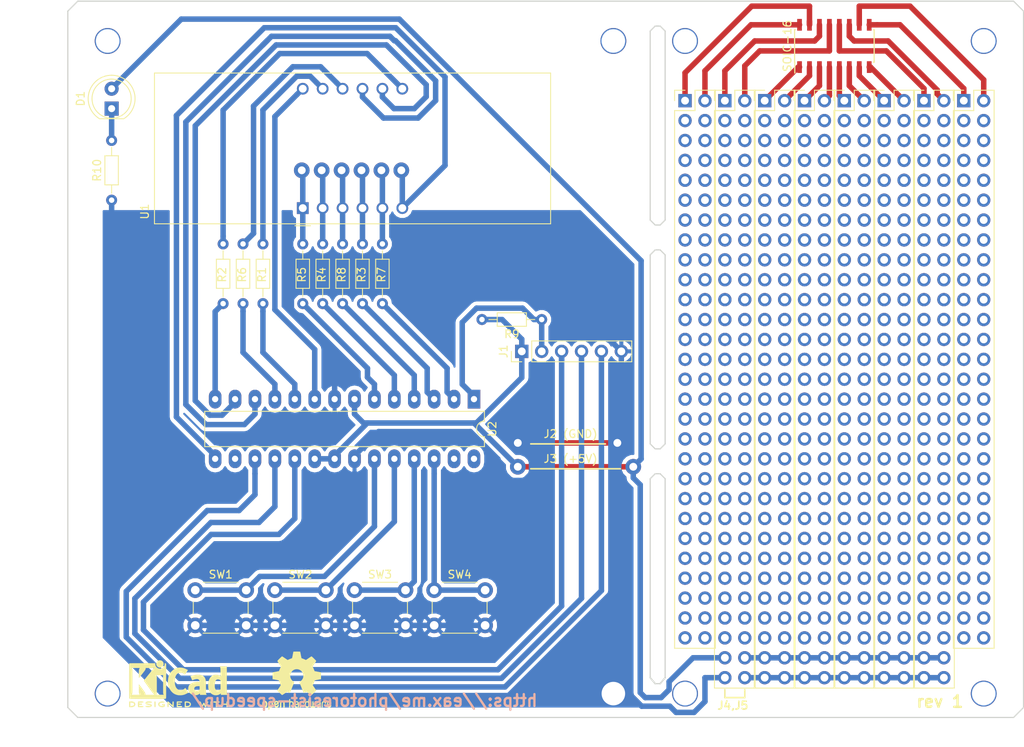
<source format=kicad_pcb>
(kicad_pcb (version 20170922) (host pcbnew "(2017-11-15 revision 370c3b068)-master")
  (layers (0 F.Cu signal) (31 B.Cu signal) (34 B.Paste user) (35 F.Paste user) (36 B.SilkS user) (37 F.SilkS user) (38 B.Mask user) (39 F.Mask user) (44 Edge.Cuts user))
  (net 0 "")
  (net 1 "Net-(R1-Pad1)")
  (net 2 "Net-(R2-Pad1)")
  (net 3 "Net-(R3-Pad1)")
  (net 4 "Net-(R4-Pad1)")
  (net 5 "Net-(R5-Pad1)")
  (net 6 "Net-(R6-Pad1)")
  (net 7 "Net-(R7-Pad1)")
  (net 8 "Net-(R8-Pad1)")
  (net 9 GND)
  (net 10 +5V)
  (net 11 PB7)
  (net 12 RESET)
  (net 13 PD2)
  (net 14 PD0)
  (net 15 PD5)
  (net 16 PD4)
  (net 17 PD3)
  (net 18 PD1)
  (net 19 PB0)
  (net 20 "Net-(D1-Pad1)")
  (net 21 SCK)
  (net 22 MISO)
  (net 23 MOSI)
  (net 24 PC5)
  (net 25 PC4)
  (net 26 PD7)
  (net 27 PC3)
  (net 28 PD6)
  (net 29 PC2)
  (net 30 PC1)
  (net 31 PC0)
  (net 32 PB6)
  (net 33 PB2)
  (net 34 PB1)
  (module Symbols:KiCad-Logo2_6mm_SilkScreen (layer F.Cu) (at 97.917 117.602)
    (fp_text reference REF*** hide)
    (fp_text value KiCad-Logo2_6mm_SilkScreen hide)
  )
  (module Symbols:OSHW-Logo2_9.8x8mm_SilkScreen (layer F.Cu) (at 113.03 117.221)
    (fp_text reference REF*** hide)
    (fp_text value OSHW-Logo2_9.8x8mm_SilkScreen hide)
  )
  (module Pin_Headers:Pin_Header_Straight_2x28_Pitch2.54mm (layer F.Cu) (at 162.56 43.18)
    (fp_text reference REF** hide)
    (fp_text value Pin_Header_Straight_2x30_Pitch2.54mm hide)
    (pad 1 thru_hole rect (at 0 0) (size 1.7 1.7) (drill 1) (layers *.Cu *.Mask))
    (pad 2 thru_hole oval (at 2.54 0) (size 1.7 1.7) (drill 1) (layers *.Cu *.Mask))
    (pad 3 thru_hole oval (at 0 2.54) (size 1.7 1.7) (drill 1) (layers *.Cu *.Mask))
    (pad 4 thru_hole oval (at 2.54 2.54) (size 1.7 1.7) (drill 1) (layers *.Cu *.Mask))
    (pad 5 thru_hole oval (at 0 5.08) (size 1.7 1.7) (drill 1) (layers *.Cu *.Mask))
    (pad 6 thru_hole oval (at 2.54 5.08) (size 1.7 1.7) (drill 1) (layers *.Cu *.Mask))
    (pad 7 thru_hole oval (at 0 7.62) (size 1.7 1.7) (drill 1) (layers *.Cu *.Mask))
    (pad 8 thru_hole oval (at 2.54 7.62) (size 1.7 1.7) (drill 1) (layers *.Cu *.Mask))
    (pad 9 thru_hole oval (at 0 10.16) (size 1.7 1.7) (drill 1) (layers *.Cu *.Mask))
    (pad 10 thru_hole oval (at 2.54 10.16) (size 1.7 1.7) (drill 1) (layers *.Cu *.Mask))
    (pad 11 thru_hole oval (at 0 12.7) (size 1.7 1.7) (drill 1) (layers *.Cu *.Mask))
    (pad 12 thru_hole oval (at 2.54 12.7) (size 1.7 1.7) (drill 1) (layers *.Cu *.Mask))
    (pad 13 thru_hole oval (at 0 15.24) (size 1.7 1.7) (drill 1) (layers *.Cu *.Mask))
    (pad 14 thru_hole oval (at 2.54 15.24) (size 1.7 1.7) (drill 1) (layers *.Cu *.Mask))
    (pad 15 thru_hole oval (at 0 17.78) (size 1.7 1.7) (drill 1) (layers *.Cu *.Mask))
    (pad 16 thru_hole oval (at 2.54 17.78) (size 1.7 1.7) (drill 1) (layers *.Cu *.Mask))
    (pad 17 thru_hole oval (at 0 20.32) (size 1.7 1.7) (drill 1) (layers *.Cu *.Mask))
    (pad 18 thru_hole oval (at 2.54 20.32) (size 1.7 1.7) (drill 1) (layers *.Cu *.Mask))
    (pad 19 thru_hole oval (at 0 22.86) (size 1.7 1.7) (drill 1) (layers *.Cu *.Mask))
    (pad 20 thru_hole oval (at 2.54 22.86) (size 1.7 1.7) (drill 1) (layers *.Cu *.Mask))
    (pad 21 thru_hole oval (at 0 25.4) (size 1.7 1.7) (drill 1) (layers *.Cu *.Mask))
    (pad 22 thru_hole oval (at 2.54 25.4) (size 1.7 1.7) (drill 1) (layers *.Cu *.Mask))
    (pad 23 thru_hole oval (at 0 27.94) (size 1.7 1.7) (drill 1) (layers *.Cu *.Mask))
    (pad 24 thru_hole oval (at 2.54 27.94) (size 1.7 1.7) (drill 1) (layers *.Cu *.Mask))
    (pad 25 thru_hole oval (at 0 30.48) (size 1.7 1.7) (drill 1) (layers *.Cu *.Mask))
    (pad 26 thru_hole oval (at 2.54 30.48) (size 1.7 1.7) (drill 1) (layers *.Cu *.Mask))
    (pad 27 thru_hole oval (at 0 33.02) (size 1.7 1.7) (drill 1) (layers *.Cu *.Mask))
    (pad 28 thru_hole oval (at 2.54 33.02) (size 1.7 1.7) (drill 1) (layers *.Cu *.Mask))
    (pad 29 thru_hole oval (at 0 35.56) (size 1.7 1.7) (drill 1) (layers *.Cu *.Mask))
    (pad 30 thru_hole oval (at 2.54 35.56) (size 1.7 1.7) (drill 1) (layers *.Cu *.Mask))
    (pad 31 thru_hole oval (at 0 38.1) (size 1.7 1.7) (drill 1) (layers *.Cu *.Mask))
    (pad 32 thru_hole oval (at 2.54 38.1) (size 1.7 1.7) (drill 1) (layers *.Cu *.Mask))
    (pad 33 thru_hole oval (at 0 40.64) (size 1.7 1.7) (drill 1) (layers *.Cu *.Mask))
    (pad 34 thru_hole oval (at 2.54 40.64) (size 1.7 1.7) (drill 1) (layers *.Cu *.Mask))
    (pad 35 thru_hole oval (at 0 43.18) (size 1.7 1.7) (drill 1) (layers *.Cu *.Mask))
    (pad 36 thru_hole oval (at 2.54 43.18) (size 1.7 1.7) (drill 1) (layers *.Cu *.Mask))
    (pad 37 thru_hole oval (at 0 45.72) (size 1.7 1.7) (drill 1) (layers *.Cu *.Mask))
    (pad 38 thru_hole oval (at 2.54 45.72) (size 1.7 1.7) (drill 1) (layers *.Cu *.Mask))
    (pad 39 thru_hole oval (at 0 48.26) (size 1.7 1.7) (drill 1) (layers *.Cu *.Mask))
    (pad 40 thru_hole oval (at 2.54 48.26) (size 1.7 1.7) (drill 1) (layers *.Cu *.Mask))
    (pad 41 thru_hole oval (at 0 50.8) (size 1.7 1.7) (drill 1) (layers *.Cu *.Mask))
    (pad 42 thru_hole oval (at 2.54 50.8) (size 1.7 1.7) (drill 1) (layers *.Cu *.Mask))
    (pad 43 thru_hole oval (at 0 53.34) (size 1.7 1.7) (drill 1) (layers *.Cu *.Mask))
    (pad 44 thru_hole oval (at 2.54 53.34) (size 1.7 1.7) (drill 1) (layers *.Cu *.Mask))
    (pad 45 thru_hole oval (at 0 55.88) (size 1.7 1.7) (drill 1) (layers *.Cu *.Mask))
    (pad 46 thru_hole oval (at 2.54 55.88) (size 1.7 1.7) (drill 1) (layers *.Cu *.Mask))
    (pad 47 thru_hole oval (at 0 58.42) (size 1.7 1.7) (drill 1) (layers *.Cu *.Mask))
    (pad 48 thru_hole oval (at 2.54 58.42) (size 1.7 1.7) (drill 1) (layers *.Cu *.Mask))
    (pad 49 thru_hole oval (at 0 60.96) (size 1.7 1.7) (drill 1) (layers *.Cu *.Mask))
    (pad 50 thru_hole oval (at 2.54 60.96) (size 1.7 1.7) (drill 1) (layers *.Cu *.Mask))
    (pad 51 thru_hole oval (at 0 63.5) (size 1.7 1.7) (drill 1) (layers *.Cu *.Mask))
    (pad 52 thru_hole oval (at 2.54 63.5) (size 1.7 1.7) (drill 1) (layers *.Cu *.Mask))
    (pad 53 thru_hole oval (at 0 66.04) (size 1.7 1.7) (drill 1) (layers *.Cu *.Mask))
    (pad 54 thru_hole oval (at 2.54 66.04) (size 1.7 1.7) (drill 1) (layers *.Cu *.Mask))
    (pad 55 thru_hole oval (at 0 68.58) (size 1.7 1.7) (drill 1) (layers *.Cu *.Mask))
    (pad 56 thru_hole oval (at 2.54 68.58) (size 1.7 1.7) (drill 1) (layers *.Cu *.Mask))
  )
  (module Pin_Headers:Pin_Header_Straight_2x28_Pitch2.54mm (layer F.Cu) (at 198.12 43.18)
    (fp_text reference REF** hide)
    (fp_text value Pin_Header_Straight_2x30_Pitch2.54mm hide)
    (pad 1 thru_hole rect (at 0 0) (size 1.7 1.7) (drill 1) (layers *.Cu *.Mask))
    (pad 2 thru_hole oval (at 2.54 0) (size 1.7 1.7) (drill 1) (layers *.Cu *.Mask))
    (pad 3 thru_hole oval (at 0 2.54) (size 1.7 1.7) (drill 1) (layers *.Cu *.Mask))
    (pad 4 thru_hole oval (at 2.54 2.54) (size 1.7 1.7) (drill 1) (layers *.Cu *.Mask))
    (pad 5 thru_hole oval (at 0 5.08) (size 1.7 1.7) (drill 1) (layers *.Cu *.Mask))
    (pad 6 thru_hole oval (at 2.54 5.08) (size 1.7 1.7) (drill 1) (layers *.Cu *.Mask))
    (pad 7 thru_hole oval (at 0 7.62) (size 1.7 1.7) (drill 1) (layers *.Cu *.Mask))
    (pad 8 thru_hole oval (at 2.54 7.62) (size 1.7 1.7) (drill 1) (layers *.Cu *.Mask))
    (pad 9 thru_hole oval (at 0 10.16) (size 1.7 1.7) (drill 1) (layers *.Cu *.Mask))
    (pad 10 thru_hole oval (at 2.54 10.16) (size 1.7 1.7) (drill 1) (layers *.Cu *.Mask))
    (pad 11 thru_hole oval (at 0 12.7) (size 1.7 1.7) (drill 1) (layers *.Cu *.Mask))
    (pad 12 thru_hole oval (at 2.54 12.7) (size 1.7 1.7) (drill 1) (layers *.Cu *.Mask))
    (pad 13 thru_hole oval (at 0 15.24) (size 1.7 1.7) (drill 1) (layers *.Cu *.Mask))
    (pad 14 thru_hole oval (at 2.54 15.24) (size 1.7 1.7) (drill 1) (layers *.Cu *.Mask))
    (pad 15 thru_hole oval (at 0 17.78) (size 1.7 1.7) (drill 1) (layers *.Cu *.Mask))
    (pad 16 thru_hole oval (at 2.54 17.78) (size 1.7 1.7) (drill 1) (layers *.Cu *.Mask))
    (pad 17 thru_hole oval (at 0 20.32) (size 1.7 1.7) (drill 1) (layers *.Cu *.Mask))
    (pad 18 thru_hole oval (at 2.54 20.32) (size 1.7 1.7) (drill 1) (layers *.Cu *.Mask))
    (pad 19 thru_hole oval (at 0 22.86) (size 1.7 1.7) (drill 1) (layers *.Cu *.Mask))
    (pad 20 thru_hole oval (at 2.54 22.86) (size 1.7 1.7) (drill 1) (layers *.Cu *.Mask))
    (pad 21 thru_hole oval (at 0 25.4) (size 1.7 1.7) (drill 1) (layers *.Cu *.Mask))
    (pad 22 thru_hole oval (at 2.54 25.4) (size 1.7 1.7) (drill 1) (layers *.Cu *.Mask))
    (pad 23 thru_hole oval (at 0 27.94) (size 1.7 1.7) (drill 1) (layers *.Cu *.Mask))
    (pad 24 thru_hole oval (at 2.54 27.94) (size 1.7 1.7) (drill 1) (layers *.Cu *.Mask))
    (pad 25 thru_hole oval (at 0 30.48) (size 1.7 1.7) (drill 1) (layers *.Cu *.Mask))
    (pad 26 thru_hole oval (at 2.54 30.48) (size 1.7 1.7) (drill 1) (layers *.Cu *.Mask))
    (pad 27 thru_hole oval (at 0 33.02) (size 1.7 1.7) (drill 1) (layers *.Cu *.Mask))
    (pad 28 thru_hole oval (at 2.54 33.02) (size 1.7 1.7) (drill 1) (layers *.Cu *.Mask))
    (pad 29 thru_hole oval (at 0 35.56) (size 1.7 1.7) (drill 1) (layers *.Cu *.Mask))
    (pad 30 thru_hole oval (at 2.54 35.56) (size 1.7 1.7) (drill 1) (layers *.Cu *.Mask))
    (pad 31 thru_hole oval (at 0 38.1) (size 1.7 1.7) (drill 1) (layers *.Cu *.Mask))
    (pad 32 thru_hole oval (at 2.54 38.1) (size 1.7 1.7) (drill 1) (layers *.Cu *.Mask))
    (pad 33 thru_hole oval (at 0 40.64) (size 1.7 1.7) (drill 1) (layers *.Cu *.Mask))
    (pad 34 thru_hole oval (at 2.54 40.64) (size 1.7 1.7) (drill 1) (layers *.Cu *.Mask))
    (pad 35 thru_hole oval (at 0 43.18) (size 1.7 1.7) (drill 1) (layers *.Cu *.Mask))
    (pad 36 thru_hole oval (at 2.54 43.18) (size 1.7 1.7) (drill 1) (layers *.Cu *.Mask))
    (pad 37 thru_hole oval (at 0 45.72) (size 1.7 1.7) (drill 1) (layers *.Cu *.Mask))
    (pad 38 thru_hole oval (at 2.54 45.72) (size 1.7 1.7) (drill 1) (layers *.Cu *.Mask))
    (pad 39 thru_hole oval (at 0 48.26) (size 1.7 1.7) (drill 1) (layers *.Cu *.Mask))
    (pad 40 thru_hole oval (at 2.54 48.26) (size 1.7 1.7) (drill 1) (layers *.Cu *.Mask))
    (pad 41 thru_hole oval (at 0 50.8) (size 1.7 1.7) (drill 1) (layers *.Cu *.Mask))
    (pad 42 thru_hole oval (at 2.54 50.8) (size 1.7 1.7) (drill 1) (layers *.Cu *.Mask))
    (pad 43 thru_hole oval (at 0 53.34) (size 1.7 1.7) (drill 1) (layers *.Cu *.Mask))
    (pad 44 thru_hole oval (at 2.54 53.34) (size 1.7 1.7) (drill 1) (layers *.Cu *.Mask))
    (pad 45 thru_hole oval (at 0 55.88) (size 1.7 1.7) (drill 1) (layers *.Cu *.Mask))
    (pad 46 thru_hole oval (at 2.54 55.88) (size 1.7 1.7) (drill 1) (layers *.Cu *.Mask))
    (pad 47 thru_hole oval (at 0 58.42) (size 1.7 1.7) (drill 1) (layers *.Cu *.Mask))
    (pad 48 thru_hole oval (at 2.54 58.42) (size 1.7 1.7) (drill 1) (layers *.Cu *.Mask))
    (pad 49 thru_hole oval (at 0 60.96) (size 1.7 1.7) (drill 1) (layers *.Cu *.Mask))
    (pad 50 thru_hole oval (at 2.54 60.96) (size 1.7 1.7) (drill 1) (layers *.Cu *.Mask))
    (pad 51 thru_hole oval (at 0 63.5) (size 1.7 1.7) (drill 1) (layers *.Cu *.Mask))
    (pad 52 thru_hole oval (at 2.54 63.5) (size 1.7 1.7) (drill 1) (layers *.Cu *.Mask))
    (pad 53 thru_hole oval (at 0 66.04) (size 1.7 1.7) (drill 1) (layers *.Cu *.Mask))
    (pad 54 thru_hole oval (at 2.54 66.04) (size 1.7 1.7) (drill 1) (layers *.Cu *.Mask))
    (pad 55 thru_hole oval (at 0 68.58) (size 1.7 1.7) (drill 1) (layers *.Cu *.Mask))
    (pad 56 thru_hole oval (at 2.54 68.58) (size 1.7 1.7) (drill 1) (layers *.Cu *.Mask))
  )
  (module Housings_SOIC:SOIC-16_3.9x9.9mm_Pitch1.27mm (layer F.Cu) (at 181.61 36.195 90)
    (fp_text reference SOIC-16 (at 0 -6 90) (layer F.SilkS))
    (fp_text value SOIC-16_3.9x9.9mm_Pitch1.27mm hide)
    (pad 1 smd rect (at -2.7 -4.445 90) (size 1.5 0.6) (layers F.Cu F.Paste F.Mask))
    (pad 2 smd rect (at -2.7 -3.175 90) (size 1.5 0.6) (layers F.Cu F.Paste F.Mask))
    (pad 3 smd rect (at -2.7 -1.905 90) (size 1.5 0.6) (layers F.Cu F.Paste F.Mask))
    (pad 4 smd rect (at -2.7 -0.635 90) (size 1.5 0.6) (layers F.Cu F.Paste F.Mask))
    (pad 5 smd rect (at -2.7 0.635 90) (size 1.5 0.6) (layers F.Cu F.Paste F.Mask))
    (pad 6 smd rect (at -2.7 1.905 90) (size 1.5 0.6) (layers F.Cu F.Paste F.Mask))
    (pad 7 smd rect (at -2.7 3.175 90) (size 1.5 0.6) (layers F.Cu F.Paste F.Mask))
    (pad 8 smd rect (at -2.7 4.445 90) (size 1.5 0.6) (layers F.Cu F.Paste F.Mask))
    (pad 9 smd rect (at 2.7 4.445 90) (size 1.5 0.6) (layers F.Cu F.Paste F.Mask))
    (pad 10 smd rect (at 2.7 3.175 90) (size 1.5 0.6) (layers F.Cu F.Paste F.Mask))
    (pad 11 smd rect (at 2.7 1.905 90) (size 1.5 0.6) (layers F.Cu F.Paste F.Mask))
    (pad 12 smd rect (at 2.7 0.635 90) (size 1.5 0.6) (layers F.Cu F.Paste F.Mask))
    (pad 13 smd rect (at 2.7 -0.635 90) (size 1.5 0.6) (layers F.Cu F.Paste F.Mask))
    (pad 14 smd rect (at 2.7 -1.905 90) (size 1.5 0.6) (layers F.Cu F.Paste F.Mask))
    (pad 15 smd rect (at 2.7 -3.175 90) (size 1.5 0.6) (layers F.Cu F.Paste F.Mask))
    (pad 16 smd rect (at 2.7 -4.445 90) (size 1.5 0.6) (layers F.Cu F.Paste F.Mask))
  )
  (module Pin_Headers:Pin_Header_Straight_2x30_Pitch2.54mm (layer F.Cu) (at 193.04 43.18)
    (fp_text reference REF** hide)
    (fp_text value Pin_Header_Straight_2x30_Pitch2.54mm hide)
    (pad 1 thru_hole rect (at 0 0) (size 1.7 1.7) (drill 1) (layers *.Cu *.Mask))
    (pad 2 thru_hole oval (at 2.54 0) (size 1.7 1.7) (drill 1) (layers *.Cu *.Mask))
    (pad 3 thru_hole oval (at 0 2.54) (size 1.7 1.7) (drill 1) (layers *.Cu *.Mask))
    (pad 4 thru_hole oval (at 2.54 2.54) (size 1.7 1.7) (drill 1) (layers *.Cu *.Mask))
    (pad 5 thru_hole oval (at 0 5.08) (size 1.7 1.7) (drill 1) (layers *.Cu *.Mask))
    (pad 6 thru_hole oval (at 2.54 5.08) (size 1.7 1.7) (drill 1) (layers *.Cu *.Mask))
    (pad 7 thru_hole oval (at 0 7.62) (size 1.7 1.7) (drill 1) (layers *.Cu *.Mask))
    (pad 8 thru_hole oval (at 2.54 7.62) (size 1.7 1.7) (drill 1) (layers *.Cu *.Mask))
    (pad 9 thru_hole oval (at 0 10.16) (size 1.7 1.7) (drill 1) (layers *.Cu *.Mask))
    (pad 10 thru_hole oval (at 2.54 10.16) (size 1.7 1.7) (drill 1) (layers *.Cu *.Mask))
    (pad 11 thru_hole oval (at 0 12.7) (size 1.7 1.7) (drill 1) (layers *.Cu *.Mask))
    (pad 12 thru_hole oval (at 2.54 12.7) (size 1.7 1.7) (drill 1) (layers *.Cu *.Mask))
    (pad 13 thru_hole oval (at 0 15.24) (size 1.7 1.7) (drill 1) (layers *.Cu *.Mask))
    (pad 14 thru_hole oval (at 2.54 15.24) (size 1.7 1.7) (drill 1) (layers *.Cu *.Mask))
    (pad 15 thru_hole oval (at 0 17.78) (size 1.7 1.7) (drill 1) (layers *.Cu *.Mask))
    (pad 16 thru_hole oval (at 2.54 17.78) (size 1.7 1.7) (drill 1) (layers *.Cu *.Mask))
    (pad 17 thru_hole oval (at 0 20.32) (size 1.7 1.7) (drill 1) (layers *.Cu *.Mask))
    (pad 18 thru_hole oval (at 2.54 20.32) (size 1.7 1.7) (drill 1) (layers *.Cu *.Mask))
    (pad 19 thru_hole oval (at 0 22.86) (size 1.7 1.7) (drill 1) (layers *.Cu *.Mask))
    (pad 20 thru_hole oval (at 2.54 22.86) (size 1.7 1.7) (drill 1) (layers *.Cu *.Mask))
    (pad 21 thru_hole oval (at 0 25.4) (size 1.7 1.7) (drill 1) (layers *.Cu *.Mask))
    (pad 22 thru_hole oval (at 2.54 25.4) (size 1.7 1.7) (drill 1) (layers *.Cu *.Mask))
    (pad 23 thru_hole oval (at 0 27.94) (size 1.7 1.7) (drill 1) (layers *.Cu *.Mask))
    (pad 24 thru_hole oval (at 2.54 27.94) (size 1.7 1.7) (drill 1) (layers *.Cu *.Mask))
    (pad 25 thru_hole oval (at 0 30.48) (size 1.7 1.7) (drill 1) (layers *.Cu *.Mask))
    (pad 26 thru_hole oval (at 2.54 30.48) (size 1.7 1.7) (drill 1) (layers *.Cu *.Mask))
    (pad 27 thru_hole oval (at 0 33.02) (size 1.7 1.7) (drill 1) (layers *.Cu *.Mask))
    (pad 28 thru_hole oval (at 2.54 33.02) (size 1.7 1.7) (drill 1) (layers *.Cu *.Mask))
    (pad 29 thru_hole oval (at 0 35.56) (size 1.7 1.7) (drill 1) (layers *.Cu *.Mask))
    (pad 30 thru_hole oval (at 2.54 35.56) (size 1.7 1.7) (drill 1) (layers *.Cu *.Mask))
    (pad 31 thru_hole oval (at 0 38.1) (size 1.7 1.7) (drill 1) (layers *.Cu *.Mask))
    (pad 32 thru_hole oval (at 2.54 38.1) (size 1.7 1.7) (drill 1) (layers *.Cu *.Mask))
    (pad 33 thru_hole oval (at 0 40.64) (size 1.7 1.7) (drill 1) (layers *.Cu *.Mask))
    (pad 34 thru_hole oval (at 2.54 40.64) (size 1.7 1.7) (drill 1) (layers *.Cu *.Mask))
    (pad 35 thru_hole oval (at 0 43.18) (size 1.7 1.7) (drill 1) (layers *.Cu *.Mask))
    (pad 36 thru_hole oval (at 2.54 43.18) (size 1.7 1.7) (drill 1) (layers *.Cu *.Mask))
    (pad 37 thru_hole oval (at 0 45.72) (size 1.7 1.7) (drill 1) (layers *.Cu *.Mask))
    (pad 38 thru_hole oval (at 2.54 45.72) (size 1.7 1.7) (drill 1) (layers *.Cu *.Mask))
    (pad 39 thru_hole oval (at 0 48.26) (size 1.7 1.7) (drill 1) (layers *.Cu *.Mask))
    (pad 40 thru_hole oval (at 2.54 48.26) (size 1.7 1.7) (drill 1) (layers *.Cu *.Mask))
    (pad 41 thru_hole oval (at 0 50.8) (size 1.7 1.7) (drill 1) (layers *.Cu *.Mask))
    (pad 42 thru_hole oval (at 2.54 50.8) (size 1.7 1.7) (drill 1) (layers *.Cu *.Mask))
    (pad 43 thru_hole oval (at 0 53.34) (size 1.7 1.7) (drill 1) (layers *.Cu *.Mask))
    (pad 44 thru_hole oval (at 2.54 53.34) (size 1.7 1.7) (drill 1) (layers *.Cu *.Mask))
    (pad 45 thru_hole oval (at 0 55.88) (size 1.7 1.7) (drill 1) (layers *.Cu *.Mask))
    (pad 46 thru_hole oval (at 2.54 55.88) (size 1.7 1.7) (drill 1) (layers *.Cu *.Mask))
    (pad 47 thru_hole oval (at 0 58.42) (size 1.7 1.7) (drill 1) (layers *.Cu *.Mask))
    (pad 48 thru_hole oval (at 2.54 58.42) (size 1.7 1.7) (drill 1) (layers *.Cu *.Mask))
    (pad 49 thru_hole oval (at 0 60.96) (size 1.7 1.7) (drill 1) (layers *.Cu *.Mask))
    (pad 50 thru_hole oval (at 2.54 60.96) (size 1.7 1.7) (drill 1) (layers *.Cu *.Mask))
    (pad 51 thru_hole oval (at 0 63.5) (size 1.7 1.7) (drill 1) (layers *.Cu *.Mask))
    (pad 52 thru_hole oval (at 2.54 63.5) (size 1.7 1.7) (drill 1) (layers *.Cu *.Mask))
    (pad 53 thru_hole oval (at 0 66.04) (size 1.7 1.7) (drill 1) (layers *.Cu *.Mask))
    (pad 54 thru_hole oval (at 2.54 66.04) (size 1.7 1.7) (drill 1) (layers *.Cu *.Mask))
    (pad 55 thru_hole oval (at 0 68.58) (size 1.7 1.7) (drill 1) (layers *.Cu *.Mask))
    (pad 56 thru_hole oval (at 2.54 68.58) (size 1.7 1.7) (drill 1) (layers *.Cu *.Mask))
    (pad 57 thru_hole oval (at 0 71.12) (size 1.7 1.7) (drill 1) (layers *.Cu *.Mask) (net 10 +5V))
    (pad 58 thru_hole oval (at 2.54 71.12) (size 1.7 1.7) (drill 1) (layers *.Cu *.Mask) (net 10 +5V))
    (pad 59 thru_hole oval (at 0 73.66) (size 1.7 1.7) (drill 1) (layers *.Cu *.Mask) (net 9 GND))
    (pad 60 thru_hole oval (at 2.54 73.66) (size 1.7 1.7) (drill 1) (layers *.Cu *.Mask) (net 9 GND))
  )
  (module Pin_Headers:Pin_Header_Straight_2x30_Pitch2.54mm (layer F.Cu) (at 187.96 43.18)
    (fp_text reference REF** hide)
    (fp_text value Pin_Header_Straight_2x30_Pitch2.54mm hide)
    (pad 1 thru_hole rect (at 0 0) (size 1.7 1.7) (drill 1) (layers *.Cu *.Mask))
    (pad 2 thru_hole oval (at 2.54 0) (size 1.7 1.7) (drill 1) (layers *.Cu *.Mask))
    (pad 3 thru_hole oval (at 0 2.54) (size 1.7 1.7) (drill 1) (layers *.Cu *.Mask))
    (pad 4 thru_hole oval (at 2.54 2.54) (size 1.7 1.7) (drill 1) (layers *.Cu *.Mask))
    (pad 5 thru_hole oval (at 0 5.08) (size 1.7 1.7) (drill 1) (layers *.Cu *.Mask))
    (pad 6 thru_hole oval (at 2.54 5.08) (size 1.7 1.7) (drill 1) (layers *.Cu *.Mask))
    (pad 7 thru_hole oval (at 0 7.62) (size 1.7 1.7) (drill 1) (layers *.Cu *.Mask))
    (pad 8 thru_hole oval (at 2.54 7.62) (size 1.7 1.7) (drill 1) (layers *.Cu *.Mask))
    (pad 9 thru_hole oval (at 0 10.16) (size 1.7 1.7) (drill 1) (layers *.Cu *.Mask))
    (pad 10 thru_hole oval (at 2.54 10.16) (size 1.7 1.7) (drill 1) (layers *.Cu *.Mask))
    (pad 11 thru_hole oval (at 0 12.7) (size 1.7 1.7) (drill 1) (layers *.Cu *.Mask))
    (pad 12 thru_hole oval (at 2.54 12.7) (size 1.7 1.7) (drill 1) (layers *.Cu *.Mask))
    (pad 13 thru_hole oval (at 0 15.24) (size 1.7 1.7) (drill 1) (layers *.Cu *.Mask))
    (pad 14 thru_hole oval (at 2.54 15.24) (size 1.7 1.7) (drill 1) (layers *.Cu *.Mask))
    (pad 15 thru_hole oval (at 0 17.78) (size 1.7 1.7) (drill 1) (layers *.Cu *.Mask))
    (pad 16 thru_hole oval (at 2.54 17.78) (size 1.7 1.7) (drill 1) (layers *.Cu *.Mask))
    (pad 17 thru_hole oval (at 0 20.32) (size 1.7 1.7) (drill 1) (layers *.Cu *.Mask))
    (pad 18 thru_hole oval (at 2.54 20.32) (size 1.7 1.7) (drill 1) (layers *.Cu *.Mask))
    (pad 19 thru_hole oval (at 0 22.86) (size 1.7 1.7) (drill 1) (layers *.Cu *.Mask))
    (pad 20 thru_hole oval (at 2.54 22.86) (size 1.7 1.7) (drill 1) (layers *.Cu *.Mask))
    (pad 21 thru_hole oval (at 0 25.4) (size 1.7 1.7) (drill 1) (layers *.Cu *.Mask))
    (pad 22 thru_hole oval (at 2.54 25.4) (size 1.7 1.7) (drill 1) (layers *.Cu *.Mask))
    (pad 23 thru_hole oval (at 0 27.94) (size 1.7 1.7) (drill 1) (layers *.Cu *.Mask))
    (pad 24 thru_hole oval (at 2.54 27.94) (size 1.7 1.7) (drill 1) (layers *.Cu *.Mask))
    (pad 25 thru_hole oval (at 0 30.48) (size 1.7 1.7) (drill 1) (layers *.Cu *.Mask))
    (pad 26 thru_hole oval (at 2.54 30.48) (size 1.7 1.7) (drill 1) (layers *.Cu *.Mask))
    (pad 27 thru_hole oval (at 0 33.02) (size 1.7 1.7) (drill 1) (layers *.Cu *.Mask))
    (pad 28 thru_hole oval (at 2.54 33.02) (size 1.7 1.7) (drill 1) (layers *.Cu *.Mask))
    (pad 29 thru_hole oval (at 0 35.56) (size 1.7 1.7) (drill 1) (layers *.Cu *.Mask))
    (pad 30 thru_hole oval (at 2.54 35.56) (size 1.7 1.7) (drill 1) (layers *.Cu *.Mask))
    (pad 31 thru_hole oval (at 0 38.1) (size 1.7 1.7) (drill 1) (layers *.Cu *.Mask))
    (pad 32 thru_hole oval (at 2.54 38.1) (size 1.7 1.7) (drill 1) (layers *.Cu *.Mask))
    (pad 33 thru_hole oval (at 0 40.64) (size 1.7 1.7) (drill 1) (layers *.Cu *.Mask))
    (pad 34 thru_hole oval (at 2.54 40.64) (size 1.7 1.7) (drill 1) (layers *.Cu *.Mask))
    (pad 35 thru_hole oval (at 0 43.18) (size 1.7 1.7) (drill 1) (layers *.Cu *.Mask))
    (pad 36 thru_hole oval (at 2.54 43.18) (size 1.7 1.7) (drill 1) (layers *.Cu *.Mask))
    (pad 37 thru_hole oval (at 0 45.72) (size 1.7 1.7) (drill 1) (layers *.Cu *.Mask))
    (pad 38 thru_hole oval (at 2.54 45.72) (size 1.7 1.7) (drill 1) (layers *.Cu *.Mask))
    (pad 39 thru_hole oval (at 0 48.26) (size 1.7 1.7) (drill 1) (layers *.Cu *.Mask))
    (pad 40 thru_hole oval (at 2.54 48.26) (size 1.7 1.7) (drill 1) (layers *.Cu *.Mask))
    (pad 41 thru_hole oval (at 0 50.8) (size 1.7 1.7) (drill 1) (layers *.Cu *.Mask))
    (pad 42 thru_hole oval (at 2.54 50.8) (size 1.7 1.7) (drill 1) (layers *.Cu *.Mask))
    (pad 43 thru_hole oval (at 0 53.34) (size 1.7 1.7) (drill 1) (layers *.Cu *.Mask))
    (pad 44 thru_hole oval (at 2.54 53.34) (size 1.7 1.7) (drill 1) (layers *.Cu *.Mask))
    (pad 45 thru_hole oval (at 0 55.88) (size 1.7 1.7) (drill 1) (layers *.Cu *.Mask))
    (pad 46 thru_hole oval (at 2.54 55.88) (size 1.7 1.7) (drill 1) (layers *.Cu *.Mask))
    (pad 47 thru_hole oval (at 0 58.42) (size 1.7 1.7) (drill 1) (layers *.Cu *.Mask))
    (pad 48 thru_hole oval (at 2.54 58.42) (size 1.7 1.7) (drill 1) (layers *.Cu *.Mask))
    (pad 49 thru_hole oval (at 0 60.96) (size 1.7 1.7) (drill 1) (layers *.Cu *.Mask))
    (pad 50 thru_hole oval (at 2.54 60.96) (size 1.7 1.7) (drill 1) (layers *.Cu *.Mask))
    (pad 51 thru_hole oval (at 0 63.5) (size 1.7 1.7) (drill 1) (layers *.Cu *.Mask))
    (pad 52 thru_hole oval (at 2.54 63.5) (size 1.7 1.7) (drill 1) (layers *.Cu *.Mask))
    (pad 53 thru_hole oval (at 0 66.04) (size 1.7 1.7) (drill 1) (layers *.Cu *.Mask))
    (pad 54 thru_hole oval (at 2.54 66.04) (size 1.7 1.7) (drill 1) (layers *.Cu *.Mask))
    (pad 55 thru_hole oval (at 0 68.58) (size 1.7 1.7) (drill 1) (layers *.Cu *.Mask))
    (pad 56 thru_hole oval (at 2.54 68.58) (size 1.7 1.7) (drill 1) (layers *.Cu *.Mask))
    (pad 57 thru_hole oval (at 0 71.12) (size 1.7 1.7) (drill 1) (layers *.Cu *.Mask) (net 10 +5V))
    (pad 58 thru_hole oval (at 2.54 71.12) (size 1.7 1.7) (drill 1) (layers *.Cu *.Mask) (net 10 +5V))
    (pad 59 thru_hole oval (at 0 73.66) (size 1.7 1.7) (drill 1) (layers *.Cu *.Mask) (net 9 GND))
    (pad 60 thru_hole oval (at 2.54 73.66) (size 1.7 1.7) (drill 1) (layers *.Cu *.Mask) (net 9 GND))
  )
  (module Pin_Headers:Pin_Header_Straight_2x30_Pitch2.54mm (layer F.Cu) (at 182.88 43.18)
    (fp_text reference REF** hide)
    (fp_text value Pin_Header_Straight_2x30_Pitch2.54mm hide)
    (pad 1 thru_hole rect (at 0 0) (size 1.7 1.7) (drill 1) (layers *.Cu *.Mask))
    (pad 2 thru_hole oval (at 2.54 0) (size 1.7 1.7) (drill 1) (layers *.Cu *.Mask))
    (pad 3 thru_hole oval (at 0 2.54) (size 1.7 1.7) (drill 1) (layers *.Cu *.Mask))
    (pad 4 thru_hole oval (at 2.54 2.54) (size 1.7 1.7) (drill 1) (layers *.Cu *.Mask))
    (pad 5 thru_hole oval (at 0 5.08) (size 1.7 1.7) (drill 1) (layers *.Cu *.Mask))
    (pad 6 thru_hole oval (at 2.54 5.08) (size 1.7 1.7) (drill 1) (layers *.Cu *.Mask))
    (pad 7 thru_hole oval (at 0 7.62) (size 1.7 1.7) (drill 1) (layers *.Cu *.Mask))
    (pad 8 thru_hole oval (at 2.54 7.62) (size 1.7 1.7) (drill 1) (layers *.Cu *.Mask))
    (pad 9 thru_hole oval (at 0 10.16) (size 1.7 1.7) (drill 1) (layers *.Cu *.Mask))
    (pad 10 thru_hole oval (at 2.54 10.16) (size 1.7 1.7) (drill 1) (layers *.Cu *.Mask))
    (pad 11 thru_hole oval (at 0 12.7) (size 1.7 1.7) (drill 1) (layers *.Cu *.Mask))
    (pad 12 thru_hole oval (at 2.54 12.7) (size 1.7 1.7) (drill 1) (layers *.Cu *.Mask))
    (pad 13 thru_hole oval (at 0 15.24) (size 1.7 1.7) (drill 1) (layers *.Cu *.Mask))
    (pad 14 thru_hole oval (at 2.54 15.24) (size 1.7 1.7) (drill 1) (layers *.Cu *.Mask))
    (pad 15 thru_hole oval (at 0 17.78) (size 1.7 1.7) (drill 1) (layers *.Cu *.Mask))
    (pad 16 thru_hole oval (at 2.54 17.78) (size 1.7 1.7) (drill 1) (layers *.Cu *.Mask))
    (pad 17 thru_hole oval (at 0 20.32) (size 1.7 1.7) (drill 1) (layers *.Cu *.Mask))
    (pad 18 thru_hole oval (at 2.54 20.32) (size 1.7 1.7) (drill 1) (layers *.Cu *.Mask))
    (pad 19 thru_hole oval (at 0 22.86) (size 1.7 1.7) (drill 1) (layers *.Cu *.Mask))
    (pad 20 thru_hole oval (at 2.54 22.86) (size 1.7 1.7) (drill 1) (layers *.Cu *.Mask))
    (pad 21 thru_hole oval (at 0 25.4) (size 1.7 1.7) (drill 1) (layers *.Cu *.Mask))
    (pad 22 thru_hole oval (at 2.54 25.4) (size 1.7 1.7) (drill 1) (layers *.Cu *.Mask))
    (pad 23 thru_hole oval (at 0 27.94) (size 1.7 1.7) (drill 1) (layers *.Cu *.Mask))
    (pad 24 thru_hole oval (at 2.54 27.94) (size 1.7 1.7) (drill 1) (layers *.Cu *.Mask))
    (pad 25 thru_hole oval (at 0 30.48) (size 1.7 1.7) (drill 1) (layers *.Cu *.Mask))
    (pad 26 thru_hole oval (at 2.54 30.48) (size 1.7 1.7) (drill 1) (layers *.Cu *.Mask))
    (pad 27 thru_hole oval (at 0 33.02) (size 1.7 1.7) (drill 1) (layers *.Cu *.Mask))
    (pad 28 thru_hole oval (at 2.54 33.02) (size 1.7 1.7) (drill 1) (layers *.Cu *.Mask))
    (pad 29 thru_hole oval (at 0 35.56) (size 1.7 1.7) (drill 1) (layers *.Cu *.Mask))
    (pad 30 thru_hole oval (at 2.54 35.56) (size 1.7 1.7) (drill 1) (layers *.Cu *.Mask))
    (pad 31 thru_hole oval (at 0 38.1) (size 1.7 1.7) (drill 1) (layers *.Cu *.Mask))
    (pad 32 thru_hole oval (at 2.54 38.1) (size 1.7 1.7) (drill 1) (layers *.Cu *.Mask))
    (pad 33 thru_hole oval (at 0 40.64) (size 1.7 1.7) (drill 1) (layers *.Cu *.Mask))
    (pad 34 thru_hole oval (at 2.54 40.64) (size 1.7 1.7) (drill 1) (layers *.Cu *.Mask))
    (pad 35 thru_hole oval (at 0 43.18) (size 1.7 1.7) (drill 1) (layers *.Cu *.Mask))
    (pad 36 thru_hole oval (at 2.54 43.18) (size 1.7 1.7) (drill 1) (layers *.Cu *.Mask))
    (pad 37 thru_hole oval (at 0 45.72) (size 1.7 1.7) (drill 1) (layers *.Cu *.Mask))
    (pad 38 thru_hole oval (at 2.54 45.72) (size 1.7 1.7) (drill 1) (layers *.Cu *.Mask))
    (pad 39 thru_hole oval (at 0 48.26) (size 1.7 1.7) (drill 1) (layers *.Cu *.Mask))
    (pad 40 thru_hole oval (at 2.54 48.26) (size 1.7 1.7) (drill 1) (layers *.Cu *.Mask))
    (pad 41 thru_hole oval (at 0 50.8) (size 1.7 1.7) (drill 1) (layers *.Cu *.Mask))
    (pad 42 thru_hole oval (at 2.54 50.8) (size 1.7 1.7) (drill 1) (layers *.Cu *.Mask))
    (pad 43 thru_hole oval (at 0 53.34) (size 1.7 1.7) (drill 1) (layers *.Cu *.Mask))
    (pad 44 thru_hole oval (at 2.54 53.34) (size 1.7 1.7) (drill 1) (layers *.Cu *.Mask))
    (pad 45 thru_hole oval (at 0 55.88) (size 1.7 1.7) (drill 1) (layers *.Cu *.Mask))
    (pad 46 thru_hole oval (at 2.54 55.88) (size 1.7 1.7) (drill 1) (layers *.Cu *.Mask))
    (pad 47 thru_hole oval (at 0 58.42) (size 1.7 1.7) (drill 1) (layers *.Cu *.Mask))
    (pad 48 thru_hole oval (at 2.54 58.42) (size 1.7 1.7) (drill 1) (layers *.Cu *.Mask))
    (pad 49 thru_hole oval (at 0 60.96) (size 1.7 1.7) (drill 1) (layers *.Cu *.Mask))
    (pad 50 thru_hole oval (at 2.54 60.96) (size 1.7 1.7) (drill 1) (layers *.Cu *.Mask))
    (pad 51 thru_hole oval (at 0 63.5) (size 1.7 1.7) (drill 1) (layers *.Cu *.Mask))
    (pad 52 thru_hole oval (at 2.54 63.5) (size 1.7 1.7) (drill 1) (layers *.Cu *.Mask))
    (pad 53 thru_hole oval (at 0 66.04) (size 1.7 1.7) (drill 1) (layers *.Cu *.Mask))
    (pad 54 thru_hole oval (at 2.54 66.04) (size 1.7 1.7) (drill 1) (layers *.Cu *.Mask))
    (pad 55 thru_hole oval (at 0 68.58) (size 1.7 1.7) (drill 1) (layers *.Cu *.Mask))
    (pad 56 thru_hole oval (at 2.54 68.58) (size 1.7 1.7) (drill 1) (layers *.Cu *.Mask))
    (pad 57 thru_hole oval (at 0 71.12) (size 1.7 1.7) (drill 1) (layers *.Cu *.Mask) (net 10 +5V))
    (pad 58 thru_hole oval (at 2.54 71.12) (size 1.7 1.7) (drill 1) (layers *.Cu *.Mask) (net 10 +5V))
    (pad 59 thru_hole oval (at 0 73.66) (size 1.7 1.7) (drill 1) (layers *.Cu *.Mask) (net 9 GND))
    (pad 60 thru_hole oval (at 2.54 73.66) (size 1.7 1.7) (drill 1) (layers *.Cu *.Mask) (net 9 GND))
  )
  (module Pin_Headers:Pin_Header_Straight_2x30_Pitch2.54mm (layer F.Cu) (at 177.8 43.18)
    (fp_text reference REF** hide)
    (fp_text value Pin_Header_Straight_2x30_Pitch2.54mm hide)
    (pad 1 thru_hole rect (at 0 0) (size 1.7 1.7) (drill 1) (layers *.Cu *.Mask))
    (pad 2 thru_hole oval (at 2.54 0) (size 1.7 1.7) (drill 1) (layers *.Cu *.Mask))
    (pad 3 thru_hole oval (at 0 2.54) (size 1.7 1.7) (drill 1) (layers *.Cu *.Mask))
    (pad 4 thru_hole oval (at 2.54 2.54) (size 1.7 1.7) (drill 1) (layers *.Cu *.Mask))
    (pad 5 thru_hole oval (at 0 5.08) (size 1.7 1.7) (drill 1) (layers *.Cu *.Mask))
    (pad 6 thru_hole oval (at 2.54 5.08) (size 1.7 1.7) (drill 1) (layers *.Cu *.Mask))
    (pad 7 thru_hole oval (at 0 7.62) (size 1.7 1.7) (drill 1) (layers *.Cu *.Mask))
    (pad 8 thru_hole oval (at 2.54 7.62) (size 1.7 1.7) (drill 1) (layers *.Cu *.Mask))
    (pad 9 thru_hole oval (at 0 10.16) (size 1.7 1.7) (drill 1) (layers *.Cu *.Mask))
    (pad 10 thru_hole oval (at 2.54 10.16) (size 1.7 1.7) (drill 1) (layers *.Cu *.Mask))
    (pad 11 thru_hole oval (at 0 12.7) (size 1.7 1.7) (drill 1) (layers *.Cu *.Mask))
    (pad 12 thru_hole oval (at 2.54 12.7) (size 1.7 1.7) (drill 1) (layers *.Cu *.Mask))
    (pad 13 thru_hole oval (at 0 15.24) (size 1.7 1.7) (drill 1) (layers *.Cu *.Mask))
    (pad 14 thru_hole oval (at 2.54 15.24) (size 1.7 1.7) (drill 1) (layers *.Cu *.Mask))
    (pad 15 thru_hole oval (at 0 17.78) (size 1.7 1.7) (drill 1) (layers *.Cu *.Mask))
    (pad 16 thru_hole oval (at 2.54 17.78) (size 1.7 1.7) (drill 1) (layers *.Cu *.Mask))
    (pad 17 thru_hole oval (at 0 20.32) (size 1.7 1.7) (drill 1) (layers *.Cu *.Mask))
    (pad 18 thru_hole oval (at 2.54 20.32) (size 1.7 1.7) (drill 1) (layers *.Cu *.Mask))
    (pad 19 thru_hole oval (at 0 22.86) (size 1.7 1.7) (drill 1) (layers *.Cu *.Mask))
    (pad 20 thru_hole oval (at 2.54 22.86) (size 1.7 1.7) (drill 1) (layers *.Cu *.Mask))
    (pad 21 thru_hole oval (at 0 25.4) (size 1.7 1.7) (drill 1) (layers *.Cu *.Mask))
    (pad 22 thru_hole oval (at 2.54 25.4) (size 1.7 1.7) (drill 1) (layers *.Cu *.Mask))
    (pad 23 thru_hole oval (at 0 27.94) (size 1.7 1.7) (drill 1) (layers *.Cu *.Mask))
    (pad 24 thru_hole oval (at 2.54 27.94) (size 1.7 1.7) (drill 1) (layers *.Cu *.Mask))
    (pad 25 thru_hole oval (at 0 30.48) (size 1.7 1.7) (drill 1) (layers *.Cu *.Mask))
    (pad 26 thru_hole oval (at 2.54 30.48) (size 1.7 1.7) (drill 1) (layers *.Cu *.Mask))
    (pad 27 thru_hole oval (at 0 33.02) (size 1.7 1.7) (drill 1) (layers *.Cu *.Mask))
    (pad 28 thru_hole oval (at 2.54 33.02) (size 1.7 1.7) (drill 1) (layers *.Cu *.Mask))
    (pad 29 thru_hole oval (at 0 35.56) (size 1.7 1.7) (drill 1) (layers *.Cu *.Mask))
    (pad 30 thru_hole oval (at 2.54 35.56) (size 1.7 1.7) (drill 1) (layers *.Cu *.Mask))
    (pad 31 thru_hole oval (at 0 38.1) (size 1.7 1.7) (drill 1) (layers *.Cu *.Mask))
    (pad 32 thru_hole oval (at 2.54 38.1) (size 1.7 1.7) (drill 1) (layers *.Cu *.Mask))
    (pad 33 thru_hole oval (at 0 40.64) (size 1.7 1.7) (drill 1) (layers *.Cu *.Mask))
    (pad 34 thru_hole oval (at 2.54 40.64) (size 1.7 1.7) (drill 1) (layers *.Cu *.Mask))
    (pad 35 thru_hole oval (at 0 43.18) (size 1.7 1.7) (drill 1) (layers *.Cu *.Mask))
    (pad 36 thru_hole oval (at 2.54 43.18) (size 1.7 1.7) (drill 1) (layers *.Cu *.Mask))
    (pad 37 thru_hole oval (at 0 45.72) (size 1.7 1.7) (drill 1) (layers *.Cu *.Mask))
    (pad 38 thru_hole oval (at 2.54 45.72) (size 1.7 1.7) (drill 1) (layers *.Cu *.Mask))
    (pad 39 thru_hole oval (at 0 48.26) (size 1.7 1.7) (drill 1) (layers *.Cu *.Mask))
    (pad 40 thru_hole oval (at 2.54 48.26) (size 1.7 1.7) (drill 1) (layers *.Cu *.Mask))
    (pad 41 thru_hole oval (at 0 50.8) (size 1.7 1.7) (drill 1) (layers *.Cu *.Mask))
    (pad 42 thru_hole oval (at 2.54 50.8) (size 1.7 1.7) (drill 1) (layers *.Cu *.Mask))
    (pad 43 thru_hole oval (at 0 53.34) (size 1.7 1.7) (drill 1) (layers *.Cu *.Mask))
    (pad 44 thru_hole oval (at 2.54 53.34) (size 1.7 1.7) (drill 1) (layers *.Cu *.Mask))
    (pad 45 thru_hole oval (at 0 55.88) (size 1.7 1.7) (drill 1) (layers *.Cu *.Mask))
    (pad 46 thru_hole oval (at 2.54 55.88) (size 1.7 1.7) (drill 1) (layers *.Cu *.Mask))
    (pad 47 thru_hole oval (at 0 58.42) (size 1.7 1.7) (drill 1) (layers *.Cu *.Mask))
    (pad 48 thru_hole oval (at 2.54 58.42) (size 1.7 1.7) (drill 1) (layers *.Cu *.Mask))
    (pad 49 thru_hole oval (at 0 60.96) (size 1.7 1.7) (drill 1) (layers *.Cu *.Mask))
    (pad 50 thru_hole oval (at 2.54 60.96) (size 1.7 1.7) (drill 1) (layers *.Cu *.Mask))
    (pad 51 thru_hole oval (at 0 63.5) (size 1.7 1.7) (drill 1) (layers *.Cu *.Mask))
    (pad 52 thru_hole oval (at 2.54 63.5) (size 1.7 1.7) (drill 1) (layers *.Cu *.Mask))
    (pad 53 thru_hole oval (at 0 66.04) (size 1.7 1.7) (drill 1) (layers *.Cu *.Mask))
    (pad 54 thru_hole oval (at 2.54 66.04) (size 1.7 1.7) (drill 1) (layers *.Cu *.Mask))
    (pad 55 thru_hole oval (at 0 68.58) (size 1.7 1.7) (drill 1) (layers *.Cu *.Mask))
    (pad 56 thru_hole oval (at 2.54 68.58) (size 1.7 1.7) (drill 1) (layers *.Cu *.Mask))
    (pad 57 thru_hole oval (at 0 71.12) (size 1.7 1.7) (drill 1) (layers *.Cu *.Mask) (net 10 +5V))
    (pad 58 thru_hole oval (at 2.54 71.12) (size 1.7 1.7) (drill 1) (layers *.Cu *.Mask) (net 10 +5V))
    (pad 59 thru_hole oval (at 0 73.66) (size 1.7 1.7) (drill 1) (layers *.Cu *.Mask) (net 9 GND))
    (pad 60 thru_hole oval (at 2.54 73.66) (size 1.7 1.7) (drill 1) (layers *.Cu *.Mask) (net 9 GND))
  )
  (module Pin_Headers:Pin_Header_Straight_2x30_Pitch2.54mm (layer F.Cu) (at 172.72 43.18)
    (fp_text reference REF** hide)
    (fp_text value Pin_Header_Straight_2x30_Pitch2.54mm hide)
    (pad 1 thru_hole rect (at 0 0) (size 1.7 1.7) (drill 1) (layers *.Cu *.Mask))
    (pad 2 thru_hole oval (at 2.54 0) (size 1.7 1.7) (drill 1) (layers *.Cu *.Mask))
    (pad 3 thru_hole oval (at 0 2.54) (size 1.7 1.7) (drill 1) (layers *.Cu *.Mask))
    (pad 4 thru_hole oval (at 2.54 2.54) (size 1.7 1.7) (drill 1) (layers *.Cu *.Mask))
    (pad 5 thru_hole oval (at 0 5.08) (size 1.7 1.7) (drill 1) (layers *.Cu *.Mask))
    (pad 6 thru_hole oval (at 2.54 5.08) (size 1.7 1.7) (drill 1) (layers *.Cu *.Mask))
    (pad 7 thru_hole oval (at 0 7.62) (size 1.7 1.7) (drill 1) (layers *.Cu *.Mask))
    (pad 8 thru_hole oval (at 2.54 7.62) (size 1.7 1.7) (drill 1) (layers *.Cu *.Mask))
    (pad 9 thru_hole oval (at 0 10.16) (size 1.7 1.7) (drill 1) (layers *.Cu *.Mask))
    (pad 10 thru_hole oval (at 2.54 10.16) (size 1.7 1.7) (drill 1) (layers *.Cu *.Mask))
    (pad 11 thru_hole oval (at 0 12.7) (size 1.7 1.7) (drill 1) (layers *.Cu *.Mask))
    (pad 12 thru_hole oval (at 2.54 12.7) (size 1.7 1.7) (drill 1) (layers *.Cu *.Mask))
    (pad 13 thru_hole oval (at 0 15.24) (size 1.7 1.7) (drill 1) (layers *.Cu *.Mask))
    (pad 14 thru_hole oval (at 2.54 15.24) (size 1.7 1.7) (drill 1) (layers *.Cu *.Mask))
    (pad 15 thru_hole oval (at 0 17.78) (size 1.7 1.7) (drill 1) (layers *.Cu *.Mask))
    (pad 16 thru_hole oval (at 2.54 17.78) (size 1.7 1.7) (drill 1) (layers *.Cu *.Mask))
    (pad 17 thru_hole oval (at 0 20.32) (size 1.7 1.7) (drill 1) (layers *.Cu *.Mask))
    (pad 18 thru_hole oval (at 2.54 20.32) (size 1.7 1.7) (drill 1) (layers *.Cu *.Mask))
    (pad 19 thru_hole oval (at 0 22.86) (size 1.7 1.7) (drill 1) (layers *.Cu *.Mask))
    (pad 20 thru_hole oval (at 2.54 22.86) (size 1.7 1.7) (drill 1) (layers *.Cu *.Mask))
    (pad 21 thru_hole oval (at 0 25.4) (size 1.7 1.7) (drill 1) (layers *.Cu *.Mask))
    (pad 22 thru_hole oval (at 2.54 25.4) (size 1.7 1.7) (drill 1) (layers *.Cu *.Mask))
    (pad 23 thru_hole oval (at 0 27.94) (size 1.7 1.7) (drill 1) (layers *.Cu *.Mask))
    (pad 24 thru_hole oval (at 2.54 27.94) (size 1.7 1.7) (drill 1) (layers *.Cu *.Mask))
    (pad 25 thru_hole oval (at 0 30.48) (size 1.7 1.7) (drill 1) (layers *.Cu *.Mask))
    (pad 26 thru_hole oval (at 2.54 30.48) (size 1.7 1.7) (drill 1) (layers *.Cu *.Mask))
    (pad 27 thru_hole oval (at 0 33.02) (size 1.7 1.7) (drill 1) (layers *.Cu *.Mask))
    (pad 28 thru_hole oval (at 2.54 33.02) (size 1.7 1.7) (drill 1) (layers *.Cu *.Mask))
    (pad 29 thru_hole oval (at 0 35.56) (size 1.7 1.7) (drill 1) (layers *.Cu *.Mask))
    (pad 30 thru_hole oval (at 2.54 35.56) (size 1.7 1.7) (drill 1) (layers *.Cu *.Mask))
    (pad 31 thru_hole oval (at 0 38.1) (size 1.7 1.7) (drill 1) (layers *.Cu *.Mask))
    (pad 32 thru_hole oval (at 2.54 38.1) (size 1.7 1.7) (drill 1) (layers *.Cu *.Mask))
    (pad 33 thru_hole oval (at 0 40.64) (size 1.7 1.7) (drill 1) (layers *.Cu *.Mask))
    (pad 34 thru_hole oval (at 2.54 40.64) (size 1.7 1.7) (drill 1) (layers *.Cu *.Mask))
    (pad 35 thru_hole oval (at 0 43.18) (size 1.7 1.7) (drill 1) (layers *.Cu *.Mask))
    (pad 36 thru_hole oval (at 2.54 43.18) (size 1.7 1.7) (drill 1) (layers *.Cu *.Mask))
    (pad 37 thru_hole oval (at 0 45.72) (size 1.7 1.7) (drill 1) (layers *.Cu *.Mask))
    (pad 38 thru_hole oval (at 2.54 45.72) (size 1.7 1.7) (drill 1) (layers *.Cu *.Mask))
    (pad 39 thru_hole oval (at 0 48.26) (size 1.7 1.7) (drill 1) (layers *.Cu *.Mask))
    (pad 40 thru_hole oval (at 2.54 48.26) (size 1.7 1.7) (drill 1) (layers *.Cu *.Mask))
    (pad 41 thru_hole oval (at 0 50.8) (size 1.7 1.7) (drill 1) (layers *.Cu *.Mask))
    (pad 42 thru_hole oval (at 2.54 50.8) (size 1.7 1.7) (drill 1) (layers *.Cu *.Mask))
    (pad 43 thru_hole oval (at 0 53.34) (size 1.7 1.7) (drill 1) (layers *.Cu *.Mask))
    (pad 44 thru_hole oval (at 2.54 53.34) (size 1.7 1.7) (drill 1) (layers *.Cu *.Mask))
    (pad 45 thru_hole oval (at 0 55.88) (size 1.7 1.7) (drill 1) (layers *.Cu *.Mask))
    (pad 46 thru_hole oval (at 2.54 55.88) (size 1.7 1.7) (drill 1) (layers *.Cu *.Mask))
    (pad 47 thru_hole oval (at 0 58.42) (size 1.7 1.7) (drill 1) (layers *.Cu *.Mask))
    (pad 48 thru_hole oval (at 2.54 58.42) (size 1.7 1.7) (drill 1) (layers *.Cu *.Mask))
    (pad 49 thru_hole oval (at 0 60.96) (size 1.7 1.7) (drill 1) (layers *.Cu *.Mask))
    (pad 50 thru_hole oval (at 2.54 60.96) (size 1.7 1.7) (drill 1) (layers *.Cu *.Mask))
    (pad 51 thru_hole oval (at 0 63.5) (size 1.7 1.7) (drill 1) (layers *.Cu *.Mask))
    (pad 52 thru_hole oval (at 2.54 63.5) (size 1.7 1.7) (drill 1) (layers *.Cu *.Mask))
    (pad 53 thru_hole oval (at 0 66.04) (size 1.7 1.7) (drill 1) (layers *.Cu *.Mask))
    (pad 54 thru_hole oval (at 2.54 66.04) (size 1.7 1.7) (drill 1) (layers *.Cu *.Mask))
    (pad 55 thru_hole oval (at 0 68.58) (size 1.7 1.7) (drill 1) (layers *.Cu *.Mask))
    (pad 56 thru_hole oval (at 2.54 68.58) (size 1.7 1.7) (drill 1) (layers *.Cu *.Mask))
    (pad 57 thru_hole oval (at 0 71.12) (size 1.7 1.7) (drill 1) (layers *.Cu *.Mask) (net 10 +5V))
    (pad 58 thru_hole oval (at 2.54 71.12) (size 1.7 1.7) (drill 1) (layers *.Cu *.Mask) (net 10 +5V))
    (pad 59 thru_hole oval (at 0 73.66) (size 1.7 1.7) (drill 1) (layers *.Cu *.Mask) (net 9 GND))
    (pad 60 thru_hole oval (at 2.54 73.66) (size 1.7 1.7) (drill 1) (layers *.Cu *.Mask) (net 9 GND))
  )
  (module Pin_Headers:Pin_Header_Straight_2x30_Pitch2.54mm (layer F.Cu) (at 167.64 43.18)
    (fp_text reference REF** hide)
    (fp_text value Pin_Header_Straight_2x30_Pitch2.54mm hide)
    (pad 1 thru_hole rect (at 0 0) (size 1.7 1.7) (drill 1) (layers *.Cu *.Mask))
    (pad 2 thru_hole oval (at 2.54 0) (size 1.7 1.7) (drill 1) (layers *.Cu *.Mask))
    (pad 3 thru_hole oval (at 0 2.54) (size 1.7 1.7) (drill 1) (layers *.Cu *.Mask))
    (pad 4 thru_hole oval (at 2.54 2.54) (size 1.7 1.7) (drill 1) (layers *.Cu *.Mask))
    (pad 5 thru_hole oval (at 0 5.08) (size 1.7 1.7) (drill 1) (layers *.Cu *.Mask))
    (pad 6 thru_hole oval (at 2.54 5.08) (size 1.7 1.7) (drill 1) (layers *.Cu *.Mask))
    (pad 7 thru_hole oval (at 0 7.62) (size 1.7 1.7) (drill 1) (layers *.Cu *.Mask))
    (pad 8 thru_hole oval (at 2.54 7.62) (size 1.7 1.7) (drill 1) (layers *.Cu *.Mask))
    (pad 9 thru_hole oval (at 0 10.16) (size 1.7 1.7) (drill 1) (layers *.Cu *.Mask))
    (pad 10 thru_hole oval (at 2.54 10.16) (size 1.7 1.7) (drill 1) (layers *.Cu *.Mask))
    (pad 11 thru_hole oval (at 0 12.7) (size 1.7 1.7) (drill 1) (layers *.Cu *.Mask))
    (pad 12 thru_hole oval (at 2.54 12.7) (size 1.7 1.7) (drill 1) (layers *.Cu *.Mask))
    (pad 13 thru_hole oval (at 0 15.24) (size 1.7 1.7) (drill 1) (layers *.Cu *.Mask))
    (pad 14 thru_hole oval (at 2.54 15.24) (size 1.7 1.7) (drill 1) (layers *.Cu *.Mask))
    (pad 15 thru_hole oval (at 0 17.78) (size 1.7 1.7) (drill 1) (layers *.Cu *.Mask))
    (pad 16 thru_hole oval (at 2.54 17.78) (size 1.7 1.7) (drill 1) (layers *.Cu *.Mask))
    (pad 17 thru_hole oval (at 0 20.32) (size 1.7 1.7) (drill 1) (layers *.Cu *.Mask))
    (pad 18 thru_hole oval (at 2.54 20.32) (size 1.7 1.7) (drill 1) (layers *.Cu *.Mask))
    (pad 19 thru_hole oval (at 0 22.86) (size 1.7 1.7) (drill 1) (layers *.Cu *.Mask))
    (pad 20 thru_hole oval (at 2.54 22.86) (size 1.7 1.7) (drill 1) (layers *.Cu *.Mask))
    (pad 21 thru_hole oval (at 0 25.4) (size 1.7 1.7) (drill 1) (layers *.Cu *.Mask))
    (pad 22 thru_hole oval (at 2.54 25.4) (size 1.7 1.7) (drill 1) (layers *.Cu *.Mask))
    (pad 23 thru_hole oval (at 0 27.94) (size 1.7 1.7) (drill 1) (layers *.Cu *.Mask))
    (pad 24 thru_hole oval (at 2.54 27.94) (size 1.7 1.7) (drill 1) (layers *.Cu *.Mask))
    (pad 25 thru_hole oval (at 0 30.48) (size 1.7 1.7) (drill 1) (layers *.Cu *.Mask))
    (pad 26 thru_hole oval (at 2.54 30.48) (size 1.7 1.7) (drill 1) (layers *.Cu *.Mask))
    (pad 27 thru_hole oval (at 0 33.02) (size 1.7 1.7) (drill 1) (layers *.Cu *.Mask))
    (pad 28 thru_hole oval (at 2.54 33.02) (size 1.7 1.7) (drill 1) (layers *.Cu *.Mask))
    (pad 29 thru_hole oval (at 0 35.56) (size 1.7 1.7) (drill 1) (layers *.Cu *.Mask))
    (pad 30 thru_hole oval (at 2.54 35.56) (size 1.7 1.7) (drill 1) (layers *.Cu *.Mask))
    (pad 31 thru_hole oval (at 0 38.1) (size 1.7 1.7) (drill 1) (layers *.Cu *.Mask))
    (pad 32 thru_hole oval (at 2.54 38.1) (size 1.7 1.7) (drill 1) (layers *.Cu *.Mask))
    (pad 33 thru_hole oval (at 0 40.64) (size 1.7 1.7) (drill 1) (layers *.Cu *.Mask))
    (pad 34 thru_hole oval (at 2.54 40.64) (size 1.7 1.7) (drill 1) (layers *.Cu *.Mask))
    (pad 35 thru_hole oval (at 0 43.18) (size 1.7 1.7) (drill 1) (layers *.Cu *.Mask))
    (pad 36 thru_hole oval (at 2.54 43.18) (size 1.7 1.7) (drill 1) (layers *.Cu *.Mask))
    (pad 37 thru_hole oval (at 0 45.72) (size 1.7 1.7) (drill 1) (layers *.Cu *.Mask))
    (pad 38 thru_hole oval (at 2.54 45.72) (size 1.7 1.7) (drill 1) (layers *.Cu *.Mask))
    (pad 39 thru_hole oval (at 0 48.26) (size 1.7 1.7) (drill 1) (layers *.Cu *.Mask))
    (pad 40 thru_hole oval (at 2.54 48.26) (size 1.7 1.7) (drill 1) (layers *.Cu *.Mask))
    (pad 41 thru_hole oval (at 0 50.8) (size 1.7 1.7) (drill 1) (layers *.Cu *.Mask))
    (pad 42 thru_hole oval (at 2.54 50.8) (size 1.7 1.7) (drill 1) (layers *.Cu *.Mask))
    (pad 43 thru_hole oval (at 0 53.34) (size 1.7 1.7) (drill 1) (layers *.Cu *.Mask))
    (pad 44 thru_hole oval (at 2.54 53.34) (size 1.7 1.7) (drill 1) (layers *.Cu *.Mask))
    (pad 45 thru_hole oval (at 0 55.88) (size 1.7 1.7) (drill 1) (layers *.Cu *.Mask))
    (pad 46 thru_hole oval (at 2.54 55.88) (size 1.7 1.7) (drill 1) (layers *.Cu *.Mask))
    (pad 47 thru_hole oval (at 0 58.42) (size 1.7 1.7) (drill 1) (layers *.Cu *.Mask))
    (pad 48 thru_hole oval (at 2.54 58.42) (size 1.7 1.7) (drill 1) (layers *.Cu *.Mask))
    (pad 49 thru_hole oval (at 0 60.96) (size 1.7 1.7) (drill 1) (layers *.Cu *.Mask))
    (pad 50 thru_hole oval (at 2.54 60.96) (size 1.7 1.7) (drill 1) (layers *.Cu *.Mask))
    (pad 51 thru_hole oval (at 0 63.5) (size 1.7 1.7) (drill 1) (layers *.Cu *.Mask))
    (pad 52 thru_hole oval (at 2.54 63.5) (size 1.7 1.7) (drill 1) (layers *.Cu *.Mask))
    (pad 53 thru_hole oval (at 0 66.04) (size 1.7 1.7) (drill 1) (layers *.Cu *.Mask))
    (pad 54 thru_hole oval (at 2.54 66.04) (size 1.7 1.7) (drill 1) (layers *.Cu *.Mask))
    (pad 55 thru_hole oval (at 0 68.58) (size 1.7 1.7) (drill 1) (layers *.Cu *.Mask))
    (pad 56 thru_hole oval (at 2.54 68.58) (size 1.7 1.7) (drill 1) (layers *.Cu *.Mask))
    (pad 57 thru_hole oval (at 0 71.12) (size 1.7 1.7) (drill 1) (layers *.Cu *.Mask) (net 10 +5V))
    (pad 58 thru_hole oval (at 2.54 71.12) (size 1.7 1.7) (drill 1) (layers *.Cu *.Mask) (net 10 +5V))
    (pad 59 thru_hole oval (at 0 73.66) (size 1.7 1.7) (drill 1) (layers *.Cu *.Mask) (net 9 GND))
    (pad 60 thru_hole oval (at 2.54 73.66) (size 1.7 1.7) (drill 1) (layers *.Cu *.Mask) (net 9 GND))
  )
  (module Resistors_THT:R_Axial_DIN0204_L3.6mm_D1.6mm_P7.62mm_Horizontal (layer F.Cu) (at 108.712 61.468 270)
    (fp_text reference R1 (at 3.937 0.127 270) (layer F.SilkS))
    (fp_text value 270)
    (pad 2 thru_hole oval (at 7.62 0 270) (size 1.4 1.4) (drill 0.7) (layers *.Cu *.Mask) (net 11 PB7))
    (pad 1 thru_hole circle (at 0 0 270) (size 1.4 1.4) (drill 0.7) (layers *.Cu *.Mask) (net 1 "Net-(R1-Pad1)"))
  )
  (module Resistors_THT:R_Axial_DIN0204_L3.6mm_D1.6mm_P7.62mm_Horizontal (layer F.Cu) (at 103.632 61.468 270)
    (fp_text reference R2 (at 3.937 0.127 270) (layer F.SilkS))
    (fp_text value 270)
    (pad 1 thru_hole circle (at 0 0 270) (size 1.4 1.4) (drill 0.7) (layers *.Cu *.Mask) (net 2 "Net-(R2-Pad1)"))
    (pad 2 thru_hole oval (at 7.62 0 270) (size 1.4 1.4) (drill 0.7) (layers *.Cu *.Mask) (net 19 PB0))
  )
  (module Resistors_THT:R_Axial_DIN0204_L3.6mm_D1.6mm_P7.62mm_Horizontal (layer F.Cu) (at 106.172 61.468 270)
    (fp_text reference R6 (at 3.937 0.127 270) (layer F.SilkS))
    (fp_text value 270)
    (pad 1 thru_hole circle (at 0 0 270) (size 1.4 1.4) (drill 0.7) (layers *.Cu *.Mask) (net 6 "Net-(R6-Pad1)"))
    (pad 2 thru_hole oval (at 7.62 0 270) (size 1.4 1.4) (drill 0.7) (layers *.Cu *.Mask) (net 15 PD5))
  )
  (module Displays_7-Segment:CA56-12CGKWA (layer F.Cu) (at 113.792 56.896 90)
    (fp_text reference U1 (at -0.44 -20.15 90) (layer F.SilkS))
    (fp_text value CA56-12CGKWA)
    (pad 12 thru_hole circle (at 15.24 0 90) (size 1.5 1.5) (drill 1) (layers *.Cu *.Mask) (net 32 PB6))
    (pad 11 thru_hole circle (at 15.24 2.54 90) (size 1.5 1.5) (drill 1) (layers *.Cu *.Mask) (net 1 "Net-(R1-Pad1)"))
    (pad 10 thru_hole circle (at 15.24 5.08 90) (size 1.5 1.5) (drill 1) (layers *.Cu *.Mask) (net 6 "Net-(R6-Pad1)"))
    (pad 9 thru_hole circle (at 15.24 7.62 90) (size 1.5 1.5) (drill 1) (layers *.Cu *.Mask) (net 28 PD6))
    (pad 8 thru_hole circle (at 15.24 10.16 90) (size 1.5 1.5) (drill 1) (layers *.Cu *.Mask) (net 26 PD7))
    (pad 7 thru_hole circle (at 15.24 12.7 90) (size 1.5 1.5) (drill 1) (layers *.Cu *.Mask) (net 2 "Net-(R2-Pad1)"))
    (pad 6 thru_hole circle (at 0 12.7 90) (size 1.5 1.5) (drill 1) (layers *.Cu *.Mask) (net 34 PB1))
    (pad 5 thru_hole circle (at 0 10.16 90) (size 1.5 1.5) (drill 1) (layers *.Cu *.Mask) (net 7 "Net-(R7-Pad1)"))
    (pad 4 thru_hole circle (at 0 7.62 90) (size 1.5 1.5) (drill 1) (layers *.Cu *.Mask) (net 3 "Net-(R3-Pad1)"))
    (pad 3 thru_hole circle (at 0 5.08 90) (size 1.5 1.5) (drill 1) (layers *.Cu *.Mask) (net 8 "Net-(R8-Pad1)"))
    (pad 2 thru_hole circle (at 0 2.54 90) (size 1.5 1.5) (drill 1) (layers *.Cu *.Mask) (net 4 "Net-(R4-Pad1)"))
    (pad 1 thru_hole rect (at 0 0 90) (size 1.5 1.5) (drill 1) (layers *.Cu *.Mask) (net 5 "Net-(R5-Pad1)"))
  )
  (module LEDs:LED_D5.0mm (layer F.Cu) (at 89.408 44.196 90)
    (fp_text reference D1 (at 1.27 -3.96 90) (layer F.SilkS))
    (fp_text value LED)
    (pad 2 thru_hole circle (at 2.54 0 90) (size 1.8 1.8) (drill 0.9) (layers *.Cu *.Mask) (net 10 +5V))
    (pad 1 thru_hole rect (at 0 0 90) (size 1.8 1.8) (drill 0.9) (layers *.Cu *.Mask) (net 20 "Net-(D1-Pad1)"))
  )
  (module Resistors_THT:R_Axial_DIN0204_L3.6mm_D1.6mm_P7.62mm_Horizontal (layer F.Cu) (at 89.408 55.88 90)
    (fp_text reference R10 (at 3.81 -1.86 90) (layer F.SilkS))
    (fp_text value 270)
    (pad 1 thru_hole circle (at 0 0 90) (size 1.4 1.4) (drill 0.7) (layers *.Cu *.Mask) (net 9 GND))
    (pad 2 thru_hole oval (at 7.62 0 90) (size 1.4 1.4) (drill 0.7) (layers *.Cu *.Mask) (net 20 "Net-(D1-Pad1)"))
  )
  (module Resistors_THT:R_Axial_DIN0204_L3.6mm_D1.6mm_P7.62mm_Horizontal (layer F.Cu) (at 144.272 71.12 180)
    (fp_text reference R9 (at 3.81 -1.86 180) (layer F.SilkS))
    (fp_text value 10K)
    (pad 2 thru_hole oval (at 7.62 0 180) (size 1.4 1.4) (drill 0.7) (layers *.Cu *.Mask) (net 10 +5V))
    (pad 1 thru_hole circle (at 0 0 180) (size 1.4 1.4) (drill 0.7) (layers *.Cu *.Mask) (net 12 RESET))
  )
  (module Buttons_Switches_THT:SW_PUSH_6mm (layer F.Cu) (at 130.556 105.664)
    (fp_text reference SW4 (at 3.25 -2) (layer F.SilkS))
    (fp_text value SW_Push)
    (pad 2 thru_hole circle (at 0 4.5 90) (size 2 2) (drill 1.1) (layers *.Cu *.Mask) (net 9 GND))
    (pad 1 thru_hole circle (at 0 0 90) (size 2 2) (drill 1.1) (layers *.Cu *.Mask) (net 27 PC3))
    (pad 2 thru_hole circle (at 6.5 4.5 90) (size 2 2) (drill 1.1) (layers *.Cu *.Mask) (net 9 GND))
    (pad 1 thru_hole circle (at 6.5 0 90) (size 2 2) (drill 1.1) (layers *.Cu *.Mask) (net 27 PC3))
  )
  (module Buttons_Switches_THT:SW_PUSH_6mm (layer F.Cu) (at 120.396 105.664)
    (fp_text reference SW3 (at 3.25 -2) (layer F.SilkS))
    (fp_text value SW_Push)
    (pad 1 thru_hole circle (at 6.5 0 90) (size 2 2) (drill 1.1) (layers *.Cu *.Mask) (net 29 PC2))
    (pad 2 thru_hole circle (at 6.5 4.5 90) (size 2 2) (drill 1.1) (layers *.Cu *.Mask) (net 9 GND))
    (pad 1 thru_hole circle (at 0 0 90) (size 2 2) (drill 1.1) (layers *.Cu *.Mask) (net 29 PC2))
    (pad 2 thru_hole circle (at 0 4.5 90) (size 2 2) (drill 1.1) (layers *.Cu *.Mask) (net 9 GND))
  )
  (module Buttons_Switches_THT:SW_PUSH_6mm (layer F.Cu) (at 110.236 105.664)
    (fp_text reference SW2 (at 3.25 -2) (layer F.SilkS))
    (fp_text value SW_Push)
    (pad 2 thru_hole circle (at 0 4.5 90) (size 2 2) (drill 1.1) (layers *.Cu *.Mask) (net 9 GND))
    (pad 1 thru_hole circle (at 0 0 90) (size 2 2) (drill 1.1) (layers *.Cu *.Mask) (net 30 PC1))
    (pad 2 thru_hole circle (at 6.5 4.5 90) (size 2 2) (drill 1.1) (layers *.Cu *.Mask) (net 9 GND))
    (pad 1 thru_hole circle (at 6.5 0 90) (size 2 2) (drill 1.1) (layers *.Cu *.Mask) (net 30 PC1))
  )
  (module Buttons_Switches_THT:SW_PUSH_6mm (layer F.Cu) (at 100.076 105.664)
    (fp_text reference SW1 (at 3.25 -2) (layer F.SilkS))
    (fp_text value SW_Push)
    (pad 1 thru_hole circle (at 6.5 0 90) (size 2 2) (drill 1.1) (layers *.Cu *.Mask) (net 31 PC0))
    (pad 2 thru_hole circle (at 6.5 4.5 90) (size 2 2) (drill 1.1) (layers *.Cu *.Mask) (net 9 GND))
    (pad 1 thru_hole circle (at 0 0 90) (size 2 2) (drill 1.1) (layers *.Cu *.Mask) (net 31 PC0))
    (pad 2 thru_hole circle (at 0 4.5 90) (size 2 2) (drill 1.1) (layers *.Cu *.Mask) (net 9 GND))
  )
  (module Housings_DIP:DIP-28_W7.62mm_LongPads (layer F.Cu) (at 135.636 81.28 270)
    (fp_text reference U2 (at 3.81 -2.33 270) (layer F.SilkS))
    (fp_text value ATMEGA168A-PU)
    (pad 28 thru_hole oval (at 7.62 0 270) (size 2.4 1.6) (drill 0.8) (layers *.Cu *.Mask) (net 24 PC5))
    (pad 14 thru_hole oval (at 0 33.02 270) (size 2.4 1.6) (drill 0.8) (layers *.Cu *.Mask) (net 19 PB0))
    (pad 27 thru_hole oval (at 7.62 2.54 270) (size 2.4 1.6) (drill 0.8) (layers *.Cu *.Mask) (net 25 PC4))
    (pad 13 thru_hole oval (at 0 30.48 270) (size 2.4 1.6) (drill 0.8) (layers *.Cu *.Mask) (net 26 PD7))
    (pad 26 thru_hole oval (at 7.62 5.08 270) (size 2.4 1.6) (drill 0.8) (layers *.Cu *.Mask) (net 27 PC3))
    (pad 12 thru_hole oval (at 0 27.94 270) (size 2.4 1.6) (drill 0.8) (layers *.Cu *.Mask) (net 28 PD6))
    (pad 25 thru_hole oval (at 7.62 7.62 270) (size 2.4 1.6) (drill 0.8) (layers *.Cu *.Mask) (net 29 PC2))
    (pad 11 thru_hole oval (at 0 25.4 270) (size 2.4 1.6) (drill 0.8) (layers *.Cu *.Mask) (net 15 PD5))
    (pad 24 thru_hole oval (at 7.62 10.16 270) (size 2.4 1.6) (drill 0.8) (layers *.Cu *.Mask) (net 30 PC1))
    (pad 10 thru_hole oval (at 0 22.86 270) (size 2.4 1.6) (drill 0.8) (layers *.Cu *.Mask) (net 11 PB7))
    (pad 23 thru_hole oval (at 7.62 12.7 270) (size 2.4 1.6) (drill 0.8) (layers *.Cu *.Mask) (net 31 PC0))
    (pad 9 thru_hole oval (at 0 20.32 270) (size 2.4 1.6) (drill 0.8) (layers *.Cu *.Mask) (net 32 PB6))
    (pad 22 thru_hole oval (at 7.62 15.24 270) (size 2.4 1.6) (drill 0.8) (layers *.Cu *.Mask) (net 9 GND))
    (pad 8 thru_hole oval (at 0 17.78 270) (size 2.4 1.6) (drill 0.8) (layers *.Cu *.Mask) (net 9 GND))
    (pad 21 thru_hole oval (at 7.62 17.78 270) (size 2.4 1.6) (drill 0.8) (layers *.Cu *.Mask) (net 10 +5V))
    (pad 7 thru_hole oval (at 0 15.24 270) (size 2.4 1.6) (drill 0.8) (layers *.Cu *.Mask) (net 10 +5V))
    (pad 20 thru_hole oval (at 7.62 20.32 270) (size 2.4 1.6) (drill 0.8) (layers *.Cu *.Mask) (net 10 +5V))
    (pad 6 thru_hole oval (at 0 12.7 270) (size 2.4 1.6) (drill 0.8) (layers *.Cu *.Mask) (net 16 PD4))
    (pad 19 thru_hole oval (at 7.62 22.86 270) (size 2.4 1.6) (drill 0.8) (layers *.Cu *.Mask) (net 21 SCK))
    (pad 5 thru_hole oval (at 0 10.16 270) (size 2.4 1.6) (drill 0.8) (layers *.Cu *.Mask) (net 17 PD3))
    (pad 18 thru_hole oval (at 7.62 25.4 270) (size 2.4 1.6) (drill 0.8) (layers *.Cu *.Mask) (net 22 MISO))
    (pad 4 thru_hole oval (at 0 7.62 270) (size 2.4 1.6) (drill 0.8) (layers *.Cu *.Mask) (net 13 PD2))
    (pad 17 thru_hole oval (at 7.62 27.94 270) (size 2.4 1.6) (drill 0.8) (layers *.Cu *.Mask) (net 23 MOSI))
    (pad 3 thru_hole oval (at 0 5.08 270) (size 2.4 1.6) (drill 0.8) (layers *.Cu *.Mask) (net 18 PD1))
    (pad 16 thru_hole oval (at 7.62 30.48 270) (size 2.4 1.6) (drill 0.8) (layers *.Cu *.Mask) (net 33 PB2))
    (pad 2 thru_hole oval (at 0 2.54 270) (size 2.4 1.6) (drill 0.8) (layers *.Cu *.Mask) (net 14 PD0))
    (pad 15 thru_hole oval (at 7.62 33.02 270) (size 2.4 1.6) (drill 0.8) (layers *.Cu *.Mask) (net 34 PB1))
    (pad 1 thru_hole rect (at 0 0 270) (size 2.4 1.6) (drill 0.8) (layers *.Cu *.Mask) (net 12 RESET))
  )
  (module Pin_Headers:Pin_Header_Straight_1x06_Pitch2.54mm (layer F.Cu) (at 141.732 75.184 90)
    (fp_text reference J1 (at 0 -2.33 90) (layer F.SilkS))
    (fp_text value Conn_01x06)
    (pad 6 thru_hole oval (at 0 12.7 90) (size 1.7 1.7) (drill 1) (layers *.Cu *.Mask) (net 9 GND))
    (pad 5 thru_hole oval (at 0 10.16 90) (size 1.7 1.7) (drill 1) (layers *.Cu *.Mask) (net 23 MOSI))
    (pad 4 thru_hole oval (at 0 7.62 90) (size 1.7 1.7) (drill 1) (layers *.Cu *.Mask) (net 22 MISO))
    (pad 3 thru_hole oval (at 0 5.08 90) (size 1.7 1.7) (drill 1) (layers *.Cu *.Mask) (net 21 SCK))
    (pad 2 thru_hole oval (at 0 2.54 90) (size 1.7 1.7) (drill 1) (layers *.Cu *.Mask) (net 12 RESET))
    (pad 1 thru_hole rect (at 0 0 90) (size 1.7 1.7) (drill 1) (layers *.Cu *.Mask) (net 10 +5V))
  )
  (module Resistors_THT:R_Axial_DIN0204_L3.6mm_D1.6mm_P7.62mm_Horizontal (layer F.Cu) (at 118.872 61.468 270)
    (fp_text reference R8 (at 3.937 0.127 270) (layer F.SilkS))
    (fp_text value 270)
    (pad 1 thru_hole circle (at 0 0 270) (size 1.4 1.4) (drill 0.7) (layers *.Cu *.Mask) (net 8 "Net-(R8-Pad1)"))
    (pad 2 thru_hole oval (at 7.62 0 270) (size 1.4 1.4) (drill 0.7) (layers *.Cu *.Mask) (net 13 PD2))
  )
  (module Resistors_THT:R_Axial_DIN0204_L3.6mm_D1.6mm_P7.62mm_Horizontal (layer F.Cu) (at 123.952 61.468 270)
    (fp_text reference R7 (at 3.937 0.127 270) (layer F.SilkS))
    (fp_text value 270)
    (pad 2 thru_hole oval (at 7.62 0 270) (size 1.4 1.4) (drill 0.7) (layers *.Cu *.Mask) (net 14 PD0))
    (pad 1 thru_hole circle (at 0 0 270) (size 1.4 1.4) (drill 0.7) (layers *.Cu *.Mask) (net 7 "Net-(R7-Pad1)"))
  )
  (module Resistors_THT:R_Axial_DIN0204_L3.6mm_D1.6mm_P7.62mm_Horizontal (layer F.Cu) (at 113.792 61.468 270)
    (fp_text reference R5 (at 3.937 0.127 270) (layer F.SilkS))
    (fp_text value 270)
    (pad 2 thru_hole oval (at 7.62 0 270) (size 1.4 1.4) (drill 0.7) (layers *.Cu *.Mask) (net 16 PD4))
    (pad 1 thru_hole circle (at 0 0 270) (size 1.4 1.4) (drill 0.7) (layers *.Cu *.Mask) (net 5 "Net-(R5-Pad1)"))
  )
  (module Resistors_THT:R_Axial_DIN0204_L3.6mm_D1.6mm_P7.62mm_Horizontal (layer F.Cu) (at 116.332 61.468 270)
    (fp_text reference R4 (at 3.937 0.127 270) (layer F.SilkS))
    (fp_text value 270)
    (pad 1 thru_hole circle (at 0 0 270) (size 1.4 1.4) (drill 0.7) (layers *.Cu *.Mask) (net 4 "Net-(R4-Pad1)"))
    (pad 2 thru_hole oval (at 7.62 0 270) (size 1.4 1.4) (drill 0.7) (layers *.Cu *.Mask) (net 17 PD3))
  )
  (module Resistors_THT:R_Axial_DIN0204_L3.6mm_D1.6mm_P7.62mm_Horizontal (layer F.Cu) (at 121.412 61.468 270)
    (fp_text reference R3 (at 3.937 0.127 270) (layer F.SilkS))
    (fp_text value 270)
    (pad 2 thru_hole oval (at 7.62 0 270) (size 1.4 1.4) (drill 0.7) (layers *.Cu *.Mask) (net 18 PD1))
    (pad 1 thru_hole circle (at 0 0 270) (size 1.4 1.4) (drill 0.7) (layers *.Cu *.Mask) (net 3 "Net-(R3-Pad1)"))
  )
  (gr_line (start 158.75 117.602) (end 158.115 116.84) (layer Edge.Cuts) (width 0.2))
  (gr_line (start 160.02 116.84) (end 159.385 117.602) (layer Edge.Cuts) (width 0.2))
  (gr_text J4,J5 (at 168.656 120.396) (layer F.SilkS) (effects (font (size 1 1) (thickness 0.2))))
  (gr_line (start 170.18 119.38) (end 170.18 118.364) (layer F.SilkS) (width 0.2))
  (gr_line (start 167.64 119.38) (end 170.18 119.38) (layer F.SilkS) (width 0.2))
  (gr_line (start 167.64 118.364) (end 167.64 119.38) (layer F.SilkS) (width 0.2))
  (gr_text "rev 1" (at 195.072 119.888) (layer F.SilkS) (effects (font (size 1.5 1.5) (thickness 0.3))))
  (gr_text https://eax.me/photoresist-speedup/ (at 121.666 119.761) (layer B.SilkS) (effects (font (size 1.5 1.5) (thickness 0.3)) (justify mirror)))
  (gr_text "J3 (+5V)" (at 147.955 88.9) (layer F.SilkS) (effects (font (size 1 1))))
  (gr_text "J2 (GND)" (at 147.955 85.725) (layer F.SilkS) (effects (font (size 1 1))))
  (gr_line (start 154.305 90.17) (end 142.875 90.17) (layer F.SilkS) (width 0.2))
  (gr_line (start 152.4 86.995) (end 142.875 86.995) (layer F.SilkS) (width 0.2))
  (gr_line (start 205.74 31.75) (end 205.74 120.65) (layer Edge.Cuts) (width 0.15))
  (gr_line (start 85.09 30.48) (end 204.47 30.48) (layer Edge.Cuts) (width 0.15))
  (gr_line (start 83.82 120.65) (end 83.82 31.75) (layer Edge.Cuts) (width 0.15))
  (gr_line (start 204.47 121.92) (end 85.09 121.92) (layer Edge.Cuts) (width 0.15))
  (gr_line (start 85.09 121.92) (end 83.82 120.65) (layer Edge.Cuts) (width 0.15))
  (gr_line (start 83.82 31.75) (end 85.09 30.48) (layer Edge.Cuts) (width 0.15))
  (gr_line (start 205.74 31.75) (end 204.47 30.48) (layer Edge.Cuts) (width 0.15))
  (gr_line (start 205.74 120.65) (end 204.47 121.92) (layer Edge.Cuts) (width 0.15))
  (gr_line (start 158.115 34.29) (end 158.115 58.42) (layer Edge.Cuts) (width 0.15))
  (gr_line (start 159.385 33.655) (end 158.75 33.655) (layer Edge.Cuts) (width 0.15))
  (gr_line (start 160.02 58.42) (end 160.02 34.29) (layer Edge.Cuts) (width 0.15))
  (gr_line (start 158.75 59.055) (end 159.385 59.055) (layer Edge.Cuts) (width 0.15))
  (gr_line (start 160.02 62.865) (end 160.02 86.995) (layer Edge.Cuts) (width 0.15))
  (gr_line (start 158.75 62.23) (end 159.385 62.23) (layer Edge.Cuts) (width 0.15))
  (gr_line (start 158.115 86.995) (end 158.115 62.865) (layer Edge.Cuts) (width 0.15))
  (gr_line (start 159.385 87.63) (end 158.75 87.63) (layer Edge.Cuts) (width 0.15))
  (gr_line (start 160.02 91.44) (end 160.02 116.84) (layer Edge.Cuts) (width 0.15))
  (gr_line (start 158.75 90.805) (end 159.385 90.805) (layer Edge.Cuts) (width 0.15))
  (gr_line (start 158.115 116.84) (end 158.115 91.44) (layer Edge.Cuts) (width 0.15))
  (gr_line (start 158.75 117.602) (end 159.385 117.602) (layer Edge.Cuts) (width 0.15))
  (gr_line (start 159.385 33.655) (end 160.02 34.29) (layer Edge.Cuts) (width 0.15))
  (gr_line (start 158.115 34.29) (end 158.75 33.655) (layer Edge.Cuts) (width 0.15))
  (gr_line (start 158.75 59.055) (end 158.115 58.42) (layer Edge.Cuts) (width 0.15))
  (gr_line (start 159.385 59.055) (end 160.02 58.42) (layer Edge.Cuts) (width 0.15))
  (gr_line (start 159.385 62.23) (end 160.02 62.865) (layer Edge.Cuts) (width 0.15))
  (gr_line (start 158.115 62.865) (end 158.75 62.23) (layer Edge.Cuts) (width 0.15))
  (gr_line (start 159.385 87.63) (end 160.02 86.995) (layer Edge.Cuts) (width 0.15))
  (gr_line (start 158.115 86.995) (end 158.75 87.63) (layer Edge.Cuts) (width 0.15))
  (gr_line (start 159.385 90.805) (end 160.02 91.44) (layer Edge.Cuts) (width 0.15))
  (gr_line (start 158.115 91.44) (end 158.75 90.805) (layer Edge.Cuts) (width 0.15))
  (segment (start 200.66 40.513) (end 191.262 31.115) (width 0.7) (layer F.Cu) (net 0))
  (segment (start 191.262 31.115) (end 184.785 31.115) (width 0.7) (layer F.Cu) (net 0))
  (segment (start 200.66 43.18) (end 200.66 40.513) (width 0.7) (layer F.Cu) (net 0))
  (segment (start 198.12 43.18) (end 198.12 41.63) (width 0.7) (layer F.Cu) (net 0))
  (segment (start 198.12 41.63) (end 189.985 33.495) (width 0.7) (layer F.Cu) (net 0))
  (segment (start 189.985 33.495) (end 187.055 33.495) (width 0.7) (layer F.Cu) (net 0))
  (segment (start 187.055 33.495) (end 186.055 33.495) (width 0.7) (layer F.Cu) (net 0))
  (segment (start 194.730001 41.822001) (end 188.468 35.56) (width 0.7) (layer F.Cu) (net 0))
  (segment (start 188.468 35.56) (end 184.13 35.56) (width 0.7) (layer F.Cu) (net 0))
  (segment (start 195.58 43.18) (end 194.730001 42.330001) (width 0.7) (layer F.Cu) (net 0))
  (segment (start 194.730001 42.330001) (end 194.730001 41.822001) (width 0.7) (layer F.Cu) (net 0))
  (segment (start 193.04 43.18) (end 193.04 41.63) (width 0.7) (layer F.Cu) (net 0))
  (segment (start 193.04 41.63) (end 188.24 36.83) (width 0.7) (layer F.Cu) (net 0))
  (segment (start 188.24 36.83) (end 182.245 36.83) (width 0.7) (layer F.Cu) (net 0))
  (via (at 153.416 35.56) (size 3.3) (drill 3) (layers F.Cu B.Cu) (net 0))
  (segment (start 160.528 117.348) (end 160.528 118.364) (width 0.7) (layer B.Cu) (net 10))
  (segment (start 167.64 114.3) (end 163.579998 114.3) (width 0.7) (layer B.Cu) (net 10))
  (segment (start 163.579998 114.3) (end 160.531998 117.348) (width 0.7) (layer B.Cu) (net 10))
  (segment (start 160.531998 117.348) (end 160.528 117.348) (width 0.7) (layer B.Cu) (net 10))
  (segment (start 159.512 119.38) (end 157.48 119.38) (width 0.7) (layer B.Cu) (net 10))
  (segment (start 160.528 118.364) (end 159.512 119.38) (width 0.7) (layer B.Cu) (net 10))
  (segment (start 162.56 39.624) (end 171.069 31.115) (width 0.7) (layer F.Cu) (net 0))
  (segment (start 162.56 43.18) (end 162.56 39.624) (width 0.7) (layer F.Cu) (net 0))
  (segment (start 171.069 31.115) (end 178.435 31.115) (width 0.7) (layer F.Cu) (net 0))
  (segment (start 178.435 31.115) (end 178.435 33.495) (width 0.7) (layer F.Cu) (net 0))
  (via (at 162.56 118.872) (size 3.3) (drill 3) (layers F.Cu B.Cu) (net 0))
  (via (at 200.66 118.872) (size 3.3) (drill 3) (layers F.Cu B.Cu) (net 0))
  (segment (start 170.975 33.495) (end 165.1 39.37) (width 0.7) (layer F.Cu) (net 0))
  (segment (start 165.1 39.37) (end 165.1 43.18) (width 0.7) (layer F.Cu) (net 0))
  (segment (start 177.165 33.495) (end 170.975 33.495) (width 0.7) (layer F.Cu) (net 0))
  (segment (start 171.45 35.56) (end 167.64 39.37) (width 0.7) (layer F.Cu) (net 0))
  (segment (start 167.64 39.37) (end 167.64 43.18) (width 0.7) (layer F.Cu) (net 0))
  (segment (start 179.09 35.56) (end 171.45 35.56) (width 0.7) (layer F.Cu) (net 0))
  (via (at 162.56 35.56) (size 3.3) (drill 3) (layers F.Cu B.Cu) (net 0))
  (via (at 88.9 118.872) (size 3.3) (drill 3) (layers F.Cu B.Cu) (net 0))
  (via (at 200.66 35.56) (size 3.3) (drill 3) (layers F.Cu B.Cu) (net 0))
  (via (at 88.9 35.56) (size 3.3) (drill 3) (layers F.Cu B.Cu) (net 0))
  (segment (start 182.245 33.495) (end 182.245 36.83) (width 0.7) (layer F.Cu) (net 0))
  (segment (start 180.975 36.83) (end 172.085 36.83) (width 0.7) (layer F.Cu) (net 0))
  (segment (start 172.085 36.83) (end 170.18 38.735) (width 0.7) (layer F.Cu) (net 0))
  (segment (start 180.975 33.495) (end 180.975 36.83) (width 0.7) (layer F.Cu) (net 0))
  (segment (start 170.18 38.735) (end 170.18 43.18) (width 0.7) (layer F.Cu) (net 0))
  (segment (start 179.705 34.945) (end 179.09 35.56) (width 0.7) (layer F.Cu) (net 0))
  (segment (start 179.705 33.495) (end 179.705 34.945) (width 0.7) (layer F.Cu) (net 0))
  (segment (start 183.515 34.945) (end 184.13 35.56) (width 0.7) (layer F.Cu) (net 0))
  (segment (start 183.515 33.495) (end 183.515 34.945) (width 0.7) (layer F.Cu) (net 0))
  (segment (start 184.785 33.495) (end 184.785 31.115) (width 0.7) (layer F.Cu) (net 0))
  (segment (start 178.435 33.495) (end 178.435 33.045) (width 0.7) (layer F.Cu) (net 0))
  (segment (start 177.165 38.895) (end 177.005 38.895) (width 0.7) (layer F.Cu) (net 0))
  (segment (start 177.005 38.895) (end 172.72 43.18) (width 0.7) (layer F.Cu) (net 0))
  (segment (start 178.435 38.895) (end 178.435 40.005) (width 0.7) (layer F.Cu) (net 0))
  (segment (start 178.435 40.005) (end 175.26 43.18) (width 0.7) (layer F.Cu) (net 0))
  (segment (start 186.055 38.895) (end 186.215 38.895) (width 0.7) (layer F.Cu) (net 0))
  (segment (start 186.215 38.895) (end 190.5 43.18) (width 0.7) (layer F.Cu) (net 0))
  (segment (start 184.785 38.895) (end 184.785 40.005) (width 0.7) (layer F.Cu) (net 0))
  (segment (start 184.785 40.005) (end 187.96 43.18) (width 0.7) (layer F.Cu) (net 0))
  (segment (start 183.515 38.895) (end 183.515 41.275) (width 0.7) (layer F.Cu) (net 0))
  (segment (start 183.515 41.275) (end 185.42 43.18) (width 0.7) (layer F.Cu) (net 0))
  (segment (start 179.705 38.895) (end 179.705 41.275) (width 0.7) (layer F.Cu) (net 0))
  (segment (start 179.705 41.275) (end 177.8 43.18) (width 0.7) (layer F.Cu) (net 0))
  (segment (start 180.975 38.895) (end 180.975 42.545) (width 0.7) (layer F.Cu) (net 0))
  (segment (start 180.975 42.545) (end 180.34 43.18) (width 0.7) (layer F.Cu) (net 0))
  (segment (start 182.245 38.895) (end 182.245 42.545) (width 0.7) (layer F.Cu) (net 0))
  (segment (start 182.245 42.545) (end 182.88 43.18) (width 0.7) (layer F.Cu) (net 0))
  (segment (start 121.412 56.896) (end 121.412 52.197) (width 0.7) (layer B.Cu) (net 3))
  (segment (start 121.412 52.197) (end 121.285 52.07) (width 0.7) (layer B.Cu) (net 3))
  (segment (start 116.332 56.896) (end 116.332 52.197) (width 0.7) (layer B.Cu) (net 4))
  (segment (start 116.332 52.197) (end 116.205 52.07) (width 0.7) (layer B.Cu) (net 4))
  (segment (start 113.792 56.896) (end 113.792 52.197) (width 0.7) (layer B.Cu) (net 5))
  (segment (start 113.792 52.197) (end 113.665 52.07) (width 0.7) (layer B.Cu) (net 5))
  (segment (start 123.952 56.896) (end 123.952 52.197) (width 0.7) (layer B.Cu) (net 7))
  (segment (start 123.952 52.197) (end 123.825 52.07) (width 0.7) (layer B.Cu) (net 7))
  (segment (start 118.872 56.896) (end 118.872 52.197) (width 0.7) (layer B.Cu) (net 8))
  (segment (start 118.872 52.197) (end 118.745 52.07) (width 0.7) (layer B.Cu) (net 8))
  (segment (start 157.024361 120.48001) (end 160.616008 120.48001) (width 0.7) (layer B.Cu) (net 9))
  (segment (start 161.407999 121.272001) (end 163.712001 121.272001) (width 0.7) (layer B.Cu) (net 9))
  (segment (start 165.1 119.884002) (end 165.1 116.84) (width 0.7) (layer B.Cu) (net 9))
  (segment (start 160.616008 120.48001) (end 161.407999 121.272001) (width 0.7) (layer B.Cu) (net 9))
  (segment (start 163.712001 121.272001) (end 165.1 119.884002) (width 0.7) (layer B.Cu) (net 9))
  (via (at 153.416 118.872) (size 3.3) (drill 3) (layers F.Cu B.Cu) (net 9))
  (segment (start 153.924 86.868) (end 152.509787 86.868) (width 0.7) (layer F.Cu) (net 9))
  (segment (start 152.509787 86.868) (end 141.224 86.868) (width 0.7) (layer F.Cu) (net 9))
  (segment (start 155.575 119.030649) (end 157.024361 120.48001) (width 0.7) (layer B.Cu) (net 9))
  (segment (start 155.575 106.68) (end 155.575 119.030649) (width 0.7) (layer B.Cu) (net 9))
  (segment (start 153.924 105.250947) (end 154.145947 105.250947) (width 0.7) (layer B.Cu) (net 9))
  (segment (start 154.145947 105.250947) (end 155.575 106.68) (width 0.7) (layer B.Cu) (net 9))
  (segment (start 193.04 116.84) (end 195.58 116.84) (width 0.7) (layer B.Cu) (net 9))
  (segment (start 190.5 116.84) (end 193.04 116.84) (width 0.7) (layer B.Cu) (net 9))
  (segment (start 187.96 116.84) (end 190.5 116.84) (width 0.7) (layer B.Cu) (net 9))
  (segment (start 185.42 116.84) (end 187.96 116.84) (width 0.7) (layer B.Cu) (net 9))
  (segment (start 182.88 116.84) (end 185.42 116.84) (width 0.7) (layer B.Cu) (net 9))
  (segment (start 180.34 116.84) (end 182.88 116.84) (width 0.7) (layer B.Cu) (net 9))
  (segment (start 177.8 116.84) (end 180.34 116.84) (width 0.7) (layer B.Cu) (net 9))
  (segment (start 175.26 116.84) (end 177.8 116.84) (width 0.7) (layer B.Cu) (net 9))
  (segment (start 172.72 116.84) (end 175.26 116.84) (width 0.7) (layer B.Cu) (net 9))
  (segment (start 170.18 116.84) (end 172.72 116.84) (width 0.7) (layer B.Cu) (net 9))
  (segment (start 165.1 116.84) (end 167.64 116.84) (width 0.7) (layer B.Cu) (net 9))
  (segment (start 141.224 89.916) (end 142.638213 89.916) (width 0.7) (layer F.Cu) (net 10))
  (segment (start 142.638213 89.916) (end 155.956 89.916) (width 0.7) (layer F.Cu) (net 10))
  (via (at 141.224 89.916) (size 2) (drill 1) (layers F.Cu B.Cu) (net 10))
  (segment (start 141.224 89.916) (end 135.636 84.328) (width 0.7) (layer B.Cu) (net 10))
  (via (at 155.956 89.916) (size 2) (drill 1) (layers F.Cu B.Cu) (net 10))
  (segment (start 156.845 118.745) (end 157.48 119.38) (width 0.7) (layer B.Cu) (net 10))
  (segment (start 156.845 92.219213) (end 156.845 118.745) (width 0.7) (layer B.Cu) (net 10))
  (segment (start 155.956 89.916) (end 155.956 91.330213) (width 0.7) (layer B.Cu) (net 10))
  (segment (start 155.956 91.330213) (end 156.845 92.219213) (width 0.7) (layer B.Cu) (net 10))
  (segment (start 193.04 114.3) (end 195.58 114.3) (width 0.7) (layer B.Cu) (net 10))
  (segment (start 190.5 114.3) (end 193.04 114.3) (width 0.7) (layer B.Cu) (net 10))
  (segment (start 187.96 114.3) (end 190.5 114.3) (width 0.7) (layer B.Cu) (net 10))
  (segment (start 185.42 114.3) (end 187.96 114.3) (width 0.7) (layer B.Cu) (net 10))
  (segment (start 182.88 114.3) (end 185.42 114.3) (width 0.7) (layer B.Cu) (net 10))
  (segment (start 180.34 114.3) (end 182.88 114.3) (width 0.7) (layer B.Cu) (net 10))
  (segment (start 177.8 114.3) (end 180.34 114.3) (width 0.7) (layer B.Cu) (net 10))
  (segment (start 175.26 114.3) (end 177.8 114.3) (width 0.7) (layer B.Cu) (net 10))
  (segment (start 172.72 114.3) (end 175.26 114.3) (width 0.7) (layer B.Cu) (net 10))
  (segment (start 170.18 114.3) (end 172.72 114.3) (width 0.7) (layer B.Cu) (net 10))
  (segment (start 122.936 81.28) (end 122.936 79.38) (width 0.7) (layer B.Cu) (net 16))
  (segment (start 122.936 79.38) (end 122.04601 78.49001) (width 0.7) (layer B.Cu) (net 16))
  (segment (start 122.04601 78.49001) (end 122.04601 77.34201) (width 0.7) (layer B.Cu) (net 16))
  (segment (start 126.492 56.896) (end 126.492 52.197) (width 0.7) (layer B.Cu) (net 34))
  (segment (start 126.492 52.197) (end 126.365 52.07) (width 0.7) (layer B.Cu) (net 34))
  (via (at 126.365 52.07) (size 2) (drill 1) (layers F.Cu B.Cu) (net 34))
  (via (at 123.825 52.07) (size 2) (drill 1) (layers F.Cu B.Cu) (net 7))
  (via (at 121.285 52.07) (size 2) (drill 1) (layers F.Cu B.Cu) (net 3))
  (via (at 118.745 52.07) (size 2) (drill 1) (layers F.Cu B.Cu) (net 8))
  (via (at 116.205 52.07) (size 2) (drill 1) (layers F.Cu B.Cu) (net 4))
  (via (at 113.665 52.07) (size 2) (drill 1) (layers F.Cu B.Cu) (net 5))
  (segment (start 89.408 55.88) (end 89.408 111.346947) (width 0.7) (layer B.Cu) (net 9))
  (segment (start 89.408 111.346947) (end 97.185083 119.12403) (width 0.7) (layer B.Cu) (net 9))
  (segment (start 153.924 105.250947) (end 153.924 88.282213) (width 0.7) (layer B.Cu) (net 9))
  (segment (start 97.185083 119.12403) (end 140.050917 119.12403) (width 0.7) (layer B.Cu) (net 9))
  (segment (start 140.050917 119.12403) (end 153.924 105.250947) (width 0.7) (layer B.Cu) (net 9))
  (segment (start 153.924 88.282213) (end 153.924 86.868) (width 0.7) (layer B.Cu) (net 9))
  (segment (start 141.224 91.666001) (end 140.383999 91.666001) (width 0.7) (layer B.Cu) (net 9))
  (segment (start 141.224 105.996) (end 141.224 91.666001) (width 0.7) (layer B.Cu) (net 9))
  (segment (start 142.064001 91.666001) (end 141.224 91.666001) (width 0.7) (layer B.Cu) (net 9))
  (segment (start 137.056 110.164) (end 141.224 105.996) (width 0.7) (layer B.Cu) (net 9))
  (segment (start 130.556 110.164) (end 137.056 110.164) (width 0.7) (layer B.Cu) (net 9))
  (segment (start 126.896 110.164) (end 130.556 110.164) (width 0.7) (layer B.Cu) (net 9))
  (segment (start 120.396 110.164) (end 126.896 110.164) (width 0.7) (layer B.Cu) (net 9))
  (segment (start 116.736 110.164) (end 120.396 110.164) (width 0.7) (layer B.Cu) (net 9))
  (segment (start 110.236 110.164) (end 116.736 110.164) (width 0.7) (layer B.Cu) (net 9))
  (segment (start 106.576 110.164) (end 110.236 110.164) (width 0.7) (layer B.Cu) (net 9))
  (segment (start 100.076 110.164) (end 106.576 110.164) (width 0.7) (layer B.Cu) (net 9))
  (segment (start 140.383999 91.666001) (end 138.684 89.966002) (width 0.7) (layer B.Cu) (net 9))
  (segment (start 138.684 89.966002) (end 138.684 88.931648) (width 0.7) (layer B.Cu) (net 9))
  (segment (start 142.974001 90.756001) (end 142.064001 91.666001) (width 0.7) (layer B.Cu) (net 9))
  (segment (start 123.46799 85.42801) (end 120.396 88.5) (width 0.7) (layer B.Cu) (net 9))
  (segment (start 142.974001 88.618001) (end 142.974001 90.756001) (width 0.7) (layer B.Cu) (net 9))
  (segment (start 141.224 86.868) (end 142.974001 88.618001) (width 0.7) (layer B.Cu) (net 9))
  (segment (start 138.684 88.931648) (end 135.180362 85.42801) (width 0.7) (layer B.Cu) (net 9))
  (segment (start 135.180362 85.42801) (end 123.46799 85.42801) (width 0.7) (layer B.Cu) (net 9))
  (segment (start 120.396 88.5) (end 120.396 88.9) (width 0.7) (layer B.Cu) (net 9))
  (segment (start 154.432 75.184) (end 154.432 86.36) (width 0.7) (layer B.Cu) (net 9))
  (segment (start 154.432 86.36) (end 153.924 86.868) (width 0.7) (layer B.Cu) (net 9))
  (segment (start 117.856 81.28) (end 117.856 75.298002) (width 0.7) (layer B.Cu) (net 9))
  (segment (start 146.885999 67.637999) (end 154.432 75.184) (width 0.7) (layer B.Cu) (net 9))
  (segment (start 117.856 75.298002) (end 112.341999 69.784001) (width 0.7) (layer B.Cu) (net 9))
  (segment (start 112.341999 69.784001) (end 112.341999 68.391999) (width 0.7) (layer B.Cu) (net 9))
  (segment (start 112.341999 68.391999) (end 113.095999 67.637999) (width 0.7) (layer B.Cu) (net 9))
  (segment (start 113.095999 67.637999) (end 146.885999 67.637999) (width 0.7) (layer B.Cu) (net 9))
  (segment (start 89.408 41.656) (end 98.29603 32.76797) (width 0.7) (layer B.Cu) (net 10))
  (segment (start 98.29603 32.76797) (end 126.109759 32.76797) (width 0.7) (layer B.Cu) (net 10))
  (segment (start 156.955999 88.916001) (end 155.956 89.916) (width 0.7) (layer B.Cu) (net 10))
  (segment (start 126.109759 32.76797) (end 156.955999 63.61421) (width 0.7) (layer B.Cu) (net 10))
  (segment (start 156.955999 63.61421) (end 156.955999 88.916001) (width 0.7) (layer B.Cu) (net 10))
  (segment (start 135.636 84.328) (end 122.028 84.328) (width 0.7) (layer B.Cu) (net 10))
  (segment (start 135.938002 84.328) (end 135.636 84.328) (width 0.7) (layer B.Cu) (net 10))
  (segment (start 140.510002 79.756) (end 135.938002 84.328) (width 0.7) (layer B.Cu) (net 10))
  (segment (start 141.732 78.534002) (end 140.510002 79.756) (width 0.7) (layer B.Cu) (net 10))
  (segment (start 108.712 61.468) (end 108.712 44.367998) (width 0.7) (layer B.Cu) (net 1))
  (segment (start 108.712 44.367998) (end 113.023999 40.055999) (width 0.7) (layer B.Cu) (net 1))
  (segment (start 113.023999 40.055999) (end 114.731999 40.055999) (width 0.7) (layer B.Cu) (net 1))
  (segment (start 114.731999 40.055999) (end 115.582001 40.906001) (width 0.7) (layer B.Cu) (net 1))
  (segment (start 115.582001 40.906001) (end 116.332 41.656) (width 0.7) (layer B.Cu) (net 1))
  (segment (start 126.492 41.656) (end 122.00401 37.16801) (width 0.7) (layer B.Cu) (net 2))
  (segment (start 122.00401 37.16801) (end 110.853498 37.16801) (width 0.7) (layer B.Cu) (net 2))
  (segment (start 103.632 44.389508) (end 103.632 60.478051) (width 0.7) (layer B.Cu) (net 2))
  (segment (start 110.853498 37.16801) (end 103.632 44.389508) (width 0.7) (layer B.Cu) (net 2))
  (segment (start 103.632 60.478051) (end 103.632 61.468) (width 0.7) (layer B.Cu) (net 2))
  (segment (start 121.412 61.468) (end 121.412 56.896) (width 0.7) (layer B.Cu) (net 3))
  (segment (start 116.332 61.468) (end 116.332 56.896) (width 0.7) (layer B.Cu) (net 4))
  (segment (start 113.792 61.468) (end 113.792 56.896) (width 0.7) (layer B.Cu) (net 5))
  (segment (start 106.172 61.468) (end 107.51199 60.12801) (width 0.7) (layer B.Cu) (net 6))
  (segment (start 107.51199 60.12801) (end 107.511991 43.870937) (width 0.7) (layer B.Cu) (net 6))
  (segment (start 118.122001 40.906001) (end 118.872 41.656) (width 0.7) (layer B.Cu) (net 6))
  (segment (start 107.511991 43.870937) (end 112.526939 38.855989) (width 0.7) (layer B.Cu) (net 6))
  (segment (start 112.526939 38.855989) (end 116.071989 38.855989) (width 0.7) (layer B.Cu) (net 6))
  (segment (start 116.071989 38.855989) (end 118.122001 40.906001) (width 0.7) (layer B.Cu) (net 6))
  (segment (start 123.952 61.468) (end 123.952 56.896) (width 0.7) (layer B.Cu) (net 7))
  (segment (start 118.872 61.468) (end 118.872 56.896) (width 0.7) (layer B.Cu) (net 8))
  (segment (start 120.396 88.9) (end 120.396 89.408) (width 0.7) (layer B.Cu) (net 9))
  (via (at 153.924 86.868) (size 2) (drill 1) (layers F.Cu B.Cu) (net 9))
  (via (at 141.224 86.868) (size 2) (drill 1) (layers F.Cu B.Cu) (net 9))
  (segment (start 141.732 75.184) (end 141.732 73.634) (width 0.7) (layer B.Cu) (net 10))
  (segment (start 137.641949 71.12) (end 136.652 71.12) (width 0.7) (layer B.Cu) (net 10))
  (segment (start 141.732 73.634) (end 139.218 71.12) (width 0.7) (layer B.Cu) (net 10))
  (segment (start 139.218 71.12) (end 137.641949 71.12) (width 0.7) (layer B.Cu) (net 10))
  (segment (start 120.396 81.28) (end 120.396 83.18) (width 0.7) (layer B.Cu) (net 10))
  (segment (start 120.396 83.18) (end 121.544 84.328) (width 0.7) (layer B.Cu) (net 10))
  (segment (start 121.544 84.328) (end 122.028 84.328) (width 0.7) (layer B.Cu) (net 10))
  (segment (start 115.316 88.9) (end 117.856 88.9) (width 0.7) (layer B.Cu) (net 10))
  (segment (start 122.028 84.328) (end 117.856 88.5) (width 0.7) (layer B.Cu) (net 10))
  (segment (start 117.856 88.5) (end 117.856 88.9) (width 0.7) (layer B.Cu) (net 10))
  (segment (start 141.732 75.184) (end 141.732 78.534002) (width 0.7) (layer B.Cu) (net 10))
  (segment (start 112.776 81.28) (end 112.776 79.38) (width 0.7) (layer B.Cu) (net 11))
  (segment (start 112.776 79.38) (end 108.712 75.316) (width 0.7) (layer B.Cu) (net 11))
  (segment (start 108.712 75.316) (end 108.712 70.077949) (width 0.7) (layer B.Cu) (net 11))
  (segment (start 108.712 70.077949) (end 108.712 69.088) (width 0.7) (layer B.Cu) (net 11))
  (segment (start 144.272 71.12) (end 143.282051 71.12) (width 0.7) (layer B.Cu) (net 12))
  (segment (start 143.282051 71.12) (end 141.83205 69.669999) (width 0.7) (layer B.Cu) (net 12))
  (segment (start 141.83205 69.669999) (end 135.955999 69.669999) (width 0.7) (layer B.Cu) (net 12))
  (segment (start 135.955999 69.669999) (end 134.136 71.489998) (width 0.7) (layer B.Cu) (net 12))
  (segment (start 134.136 71.489998) (end 134.136 79.38) (width 0.7) (layer B.Cu) (net 12))
  (segment (start 134.136 79.38) (end 135.636 80.88) (width 0.7) (layer B.Cu) (net 12))
  (segment (start 135.636 80.88) (end 135.636 81.28) (width 0.7) (layer B.Cu) (net 12))
  (segment (start 144.272 71.12) (end 144.272 75.184) (width 0.7) (layer B.Cu) (net 12))
  (segment (start 128.016 81.28) (end 128.016 78.232) (width 0.7) (layer B.Cu) (net 13))
  (segment (start 128.016 78.232) (end 118.872 69.088) (width 0.7) (layer B.Cu) (net 13))
  (segment (start 133.096 81.28) (end 132.20601 80.39001) (width 0.7) (layer B.Cu) (net 14))
  (segment (start 132.20601 80.39001) (end 132.20601 77.34201) (width 0.7) (layer B.Cu) (net 14))
  (segment (start 132.20601 77.34201) (end 124.651999 69.787999) (width 0.7) (layer B.Cu) (net 14))
  (segment (start 124.651999 69.787999) (end 123.952 69.088) (width 0.7) (layer B.Cu) (net 14))
  (segment (start 110.236 81.28) (end 110.236 79.38) (width 0.7) (layer B.Cu) (net 15))
  (segment (start 106.172 70.077949) (end 106.172 69.088) (width 0.7) (layer B.Cu) (net 15))
  (segment (start 110.236 79.38) (end 106.172 75.316) (width 0.7) (layer B.Cu) (net 15))
  (segment (start 106.172 75.316) (end 106.172 70.077949) (width 0.7) (layer B.Cu) (net 15))
  (segment (start 122.04601 77.34201) (end 113.792 69.088) (width 0.7) (layer B.Cu) (net 16))
  (segment (start 125.476 81.28) (end 125.476 78.232) (width 0.7) (layer B.Cu) (net 17))
  (segment (start 125.476 78.232) (end 116.332 69.088) (width 0.7) (layer B.Cu) (net 17))
  (segment (start 130.556 81.28) (end 129.66601 80.39001) (width 0.7) (layer B.Cu) (net 18))
  (segment (start 129.66601 77.34201) (end 122.111999 69.787999) (width 0.7) (layer B.Cu) (net 18))
  (segment (start 129.66601 80.39001) (end 129.66601 77.34201) (width 0.7) (layer B.Cu) (net 18))
  (segment (start 122.111999 69.787999) (end 121.412 69.088) (width 0.7) (layer B.Cu) (net 18))
  (segment (start 102.616 81.28) (end 102.616 70.104) (width 0.7) (layer B.Cu) (net 19))
  (segment (start 102.616 70.104) (end 103.632 69.088) (width 0.7) (layer B.Cu) (net 19))
  (segment (start 102.616 81.28) (end 102.616 80.88) (width 0.7) (layer B.Cu) (net 19))
  (segment (start 89.408 44.196) (end 89.408 48.26) (width 0.7) (layer B.Cu) (net 20))
  (segment (start 110.744 98.552) (end 112.776 96.52) (width 0.7) (layer B.Cu) (net 21))
  (segment (start 112.776 96.52) (end 112.776 88.9) (width 0.7) (layer B.Cu) (net 21))
  (segment (start 102.108 98.552) (end 110.744 98.552) (width 0.7) (layer B.Cu) (net 21))
  (segment (start 93.472 110.744) (end 93.472 107.188) (width 0.7) (layer B.Cu) (net 21))
  (segment (start 93.472 107.188) (end 102.108 98.552) (width 0.7) (layer B.Cu) (net 21))
  (segment (start 98.552 115.824) (end 93.472 110.744) (width 0.7) (layer B.Cu) (net 21))
  (segment (start 138.684 115.824) (end 98.552 115.824) (width 0.7) (layer B.Cu) (net 21))
  (segment (start 146.812 107.696) (end 138.684 115.824) (width 0.7) (layer B.Cu) (net 21))
  (segment (start 146.812 75.184) (end 146.812 107.696) (width 0.7) (layer B.Cu) (net 21))
  (segment (start 146.812 75.184) (end 146.812 76.386081) (width 0.7) (layer B.Cu) (net 21))
  (segment (start 98.096361 116.92401) (end 92.37199 111.199639) (width 0.7) (layer B.Cu) (net 22))
  (segment (start 92.37199 106.732361) (end 102.076351 97.028) (width 0.7) (layer B.Cu) (net 22))
  (segment (start 139.139639 116.92401) (end 98.096361 116.92401) (width 0.7) (layer B.Cu) (net 22))
  (segment (start 92.37199 111.199639) (end 92.37199 106.732361) (width 0.7) (layer B.Cu) (net 22))
  (segment (start 110.236 94.996) (end 110.236 88.9) (width 0.7) (layer B.Cu) (net 22))
  (segment (start 149.352 75.184) (end 149.352 106.711649) (width 0.7) (layer B.Cu) (net 22))
  (segment (start 149.352 106.711649) (end 139.139639 116.92401) (width 0.7) (layer B.Cu) (net 22))
  (segment (start 102.076351 97.028) (end 108.204 97.028) (width 0.7) (layer B.Cu) (net 22))
  (segment (start 108.204 97.028) (end 110.236 94.996) (width 0.7) (layer B.Cu) (net 22))
  (segment (start 101.6 95.504) (end 105.664 95.504) (width 0.7) (layer B.Cu) (net 23))
  (segment (start 107.696 93.472) (end 107.696 90.8) (width 0.7) (layer B.Cu) (net 23))
  (segment (start 105.664 95.504) (end 107.696 93.472) (width 0.7) (layer B.Cu) (net 23))
  (segment (start 107.696 90.8) (end 107.696 88.9) (width 0.7) (layer B.Cu) (net 23))
  (segment (start 91.27198 105.83202) (end 101.6 95.504) (width 0.7) (layer B.Cu) (net 23))
  (segment (start 151.892 105.727298) (end 139.595278 118.02402) (width 0.7) (layer B.Cu) (net 23))
  (segment (start 151.892 75.184) (end 151.892 105.727298) (width 0.7) (layer B.Cu) (net 23))
  (segment (start 139.595278 118.02402) (end 97.640722 118.02402) (width 0.7) (layer B.Cu) (net 23))
  (segment (start 97.640722 118.02402) (end 91.27198 111.655278) (width 0.7) (layer B.Cu) (net 23))
  (segment (start 91.27198 111.655278) (end 91.27198 105.83202) (width 0.7) (layer B.Cu) (net 23))
  (segment (start 100.076 46.38986) (end 110.39786 36.068) (width 0.7) (layer B.Cu) (net 26))
  (segment (start 129.54 42.672) (end 128.016 44.196) (width 0.7) (layer B.Cu) (net 26))
  (segment (start 100.076 81.473466) (end 100.076 46.38986) (width 0.7) (layer B.Cu) (net 26))
  (segment (start 101.932544 83.33001) (end 100.076 81.473466) (width 0.7) (layer B.Cu) (net 26))
  (segment (start 128.016 44.196) (end 125.43134 44.196) (width 0.7) (layer B.Cu) (net 26))
  (segment (start 123.952 42.71666) (end 123.952 41.656) (width 0.7) (layer B.Cu) (net 26))
  (segment (start 105.156 81.68) (end 103.50599 83.33001) (width 0.7) (layer B.Cu) (net 26))
  (segment (start 103.50599 83.33001) (end 101.932544 83.33001) (width 0.7) (layer B.Cu) (net 26))
  (segment (start 105.156 81.28) (end 105.156 81.68) (width 0.7) (layer B.Cu) (net 26))
  (segment (start 110.39786 36.068) (end 124.46 36.068) (width 0.7) (layer B.Cu) (net 26))
  (segment (start 124.46 36.068) (end 129.54 41.148) (width 0.7) (layer B.Cu) (net 26))
  (segment (start 129.54 41.148) (end 129.54 42.672) (width 0.7) (layer B.Cu) (net 26))
  (segment (start 125.43134 44.196) (end 123.952 42.71666) (width 0.7) (layer B.Cu) (net 26))
  (segment (start 130.556 88.9) (end 130.556 90.8) (width 0.7) (layer B.Cu) (net 27))
  (segment (start 130.556 90.8) (end 130.556 105.664) (width 0.7) (layer B.Cu) (net 27))
  (segment (start 137.056 105.664) (end 130.556 105.664) (width 0.7) (layer B.Cu) (net 27))
  (segment (start 108.712 36.05679) (end 109.252818 35.515972) (width 0.7) (layer B.Cu) (net 28))
  (segment (start 125.605041 35.515971) (end 125.46362 35.515971) (width 0.7) (layer B.Cu) (net 28))
  (segment (start 109.8008 34.96799) (end 108.712 36.05679) (width 0.7) (layer B.Cu) (net 28))
  (segment (start 98.875991 45.892799) (end 108.712 36.05679) (width 0.7) (layer B.Cu) (net 28))
  (segment (start 125.46362 35.515971) (end 124.915639 34.96799) (width 0.7) (layer B.Cu) (net 28))
  (segment (start 124.915639 34.96799) (end 109.8008 34.96799) (width 0.7) (layer B.Cu) (net 28))
  (segment (start 130.740009 43.169061) (end 128.513061 45.396009) (width 0.7) (layer B.Cu) (net 28))
  (segment (start 101.435483 84.530019) (end 98.87599 81.970526) (width 0.7) (layer B.Cu) (net 28))
  (segment (start 107.696 83.18) (end 106.34598 84.53002) (width 0.7) (layer B.Cu) (net 28))
  (segment (start 98.87599 81.970526) (end 98.875991 45.892799) (width 0.7) (layer B.Cu) (net 28))
  (segment (start 124.091349 45.396009) (end 121.412 42.71666) (width 0.7) (layer B.Cu) (net 28))
  (segment (start 106.34598 84.53002) (end 101.435483 84.530019) (width 0.7) (layer B.Cu) (net 28))
  (segment (start 107.696 81.28) (end 107.696 83.18) (width 0.7) (layer B.Cu) (net 28))
  (segment (start 125.605041 35.515971) (end 130.74001 40.65094) (width 0.7) (layer B.Cu) (net 28))
  (segment (start 130.74001 40.65094) (end 130.740009 43.169061) (width 0.7) (layer B.Cu) (net 28))
  (segment (start 128.513061 45.396009) (end 124.091349 45.396009) (width 0.7) (layer B.Cu) (net 28))
  (segment (start 121.412 42.71666) (end 121.412 41.656) (width 0.7) (layer B.Cu) (net 28))
  (segment (start 128.016 88.9) (end 128.016 104.544) (width 0.7) (layer B.Cu) (net 29))
  (segment (start 128.016 104.544) (end 126.896 105.664) (width 0.7) (layer B.Cu) (net 29))
  (segment (start 120.396 105.664) (end 126.896 105.664) (width 0.7) (layer B.Cu) (net 29))
  (segment (start 116.736 105.664) (end 125.476 96.924) (width 0.7) (layer B.Cu) (net 30))
  (segment (start 125.476 96.924) (end 125.476 88.9) (width 0.7) (layer B.Cu) (net 30))
  (segment (start 110.236 105.664) (end 116.736 105.664) (width 0.7) (layer B.Cu) (net 30))
  (segment (start 122.936 88.9) (end 122.936 97.536) (width 0.7) (layer B.Cu) (net 31))
  (segment (start 108.326001 103.913999) (end 107.575999 104.664001) (width 0.7) (layer B.Cu) (net 31))
  (segment (start 107.575999 104.664001) (end 106.576 105.664) (width 0.7) (layer B.Cu) (net 31))
  (segment (start 122.936 97.536) (end 116.558001 103.913999) (width 0.7) (layer B.Cu) (net 31))
  (segment (start 116.558001 103.913999) (end 108.326001 103.913999) (width 0.7) (layer B.Cu) (net 31))
  (segment (start 100.076 105.664) (end 106.576 105.664) (width 0.7) (layer B.Cu) (net 31))
  (segment (start 115.316 81.28) (end 115.316 74.938) (width 0.7) (layer B.Cu) (net 32))
  (segment (start 110.236 45.212) (end 113.042001 42.405999) (width 0.7) (layer B.Cu) (net 32))
  (segment (start 115.316 74.938) (end 110.236 69.858) (width 0.7) (layer B.Cu) (net 32))
  (segment (start 110.236 69.858) (end 110.236 45.212) (width 0.7) (layer B.Cu) (net 32))
  (segment (start 113.042001 42.405999) (end 113.792 41.656) (width 0.7) (layer B.Cu) (net 32))
  (segment (start 108.88002 33.86798) (end 97.675981 45.072019) (width 0.7) (layer B.Cu) (net 34))
  (segment (start 125.654118 33.86798) (end 108.88002 33.86798) (width 0.7) (layer B.Cu) (net 34))
  (segment (start 131.940019 40.153879) (end 125.654118 33.86798) (width 0.7) (layer B.Cu) (net 34))
  (segment (start 97.675981 45.072019) (end 97.675981 83.559981) (width 0.7) (layer B.Cu) (net 34))
  (segment (start 131.940019 51.447981) (end 131.940019 40.153879) (width 0.7) (layer B.Cu) (net 34))
  (segment (start 126.492 56.896) (end 131.940019 51.447981) (width 0.7) (layer B.Cu) (net 34))
  (segment (start 97.675981 83.559981) (end 102.616 88.5) (width 0.7) (layer B.Cu) (net 34))
  (segment (start 102.616 88.5) (end 102.616 88.9) (width 0.7) (layer B.Cu) (net 34))
  (zone (net 9) (net_name GND) (layer B.Cu) (connect_pads (clearance 0.508)) (min_thickness 0.254) (fill yes (arc_segments 16) (thermal_gap 0.508) (thermal_bridge_width 0.508))
    (polygon (pts (xy 88.265 57.15) (xy 149.225 57.15) (xy 156.21 64.135) (xy 156.21 119.38) (xy 157.48 120.65) (xy 97.155 120.65) (xy 88.265 111.76)))
  )
)
</source>
